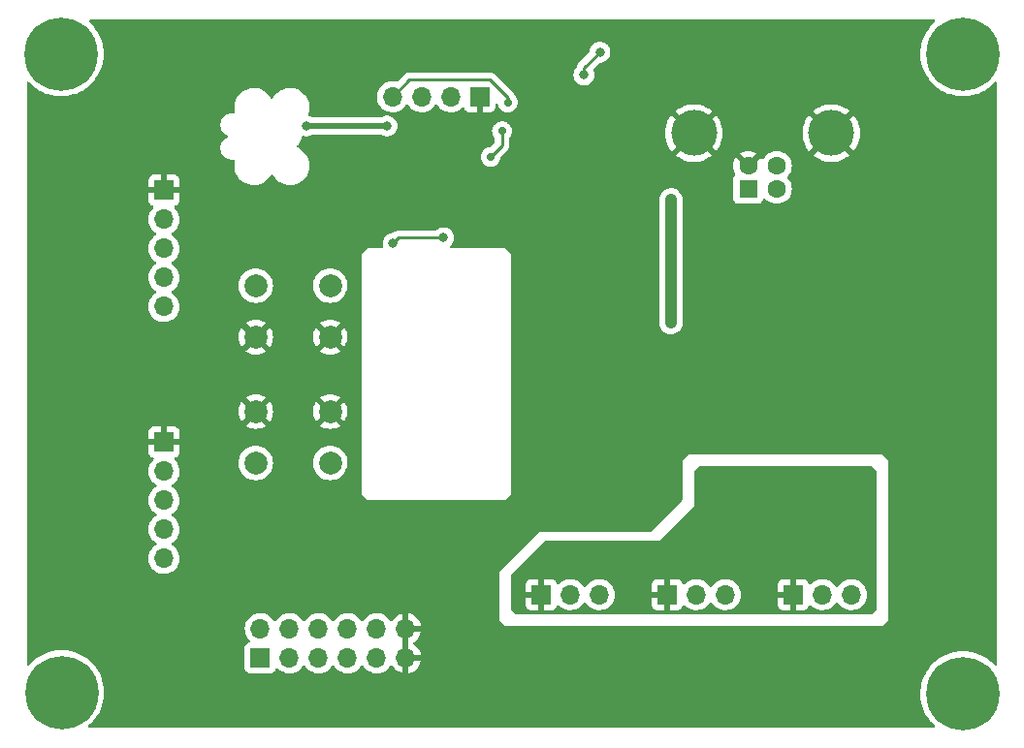
<source format=gbr>
%TF.GenerationSoftware,KiCad,Pcbnew,(6.0.5)*%
%TF.CreationDate,2023-01-28T00:33:00+00:00*%
%TF.ProjectId,Drivebase Board,44726976-6562-4617-9365-20426f617264,rev?*%
%TF.SameCoordinates,Original*%
%TF.FileFunction,Copper,L2,Bot*%
%TF.FilePolarity,Positive*%
%FSLAX46Y46*%
G04 Gerber Fmt 4.6, Leading zero omitted, Abs format (unit mm)*
G04 Created by KiCad (PCBNEW (6.0.5)) date 2023-01-28 00:33:00*
%MOMM*%
%LPD*%
G01*
G04 APERTURE LIST*
%TA.AperFunction,ComponentPad*%
%ADD10R,1.700000X1.700000*%
%TD*%
%TA.AperFunction,ComponentPad*%
%ADD11O,1.700000X1.700000*%
%TD*%
%TA.AperFunction,ComponentPad*%
%ADD12C,6.400000*%
%TD*%
%TA.AperFunction,ComponentPad*%
%ADD13C,2.000000*%
%TD*%
%TA.AperFunction,ComponentPad*%
%ADD14R,1.600000X1.600000*%
%TD*%
%TA.AperFunction,ComponentPad*%
%ADD15C,1.600000*%
%TD*%
%TA.AperFunction,ComponentPad*%
%ADD16C,4.000000*%
%TD*%
%TA.AperFunction,ViaPad*%
%ADD17C,0.700000*%
%TD*%
%TA.AperFunction,ViaPad*%
%ADD18C,0.800000*%
%TD*%
%TA.AperFunction,Conductor*%
%ADD19C,0.250000*%
%TD*%
%TA.AperFunction,Conductor*%
%ADD20C,0.500000*%
%TD*%
%TA.AperFunction,Conductor*%
%ADD21C,1.000000*%
%TD*%
G04 APERTURE END LIST*
D10*
%TO.P,J102,1,Pin_1*%
%TO.N,GND*%
X111142500Y-108137500D03*
D11*
%TO.P,J102,2,Pin_2*%
%TO.N,PWM2*%
X111142500Y-110677500D03*
%TO.P,J102,3,Pin_3*%
%TO.N,DIR2*%
X111142500Y-113217500D03*
%TO.P,J102,4,Pin_4*%
%TO.N,PWM1*%
X111142500Y-115757500D03*
%TO.P,J102,5,Pin_5*%
%TO.N,DIR1*%
X111142500Y-118297500D03*
%TD*%
D12*
%TO.P,H104,1*%
%TO.N,N/C*%
X102200000Y-130012500D03*
%TD*%
D10*
%TO.P,J103,1,Pin_1*%
%TO.N,GNDA*%
X144075000Y-121470000D03*
D11*
%TO.P,J103,2,Pin_2*%
%TO.N,HALL1*%
X146615000Y-121470000D03*
%TO.P,J103,3,Pin_3*%
%TO.N,+3V3*%
X149155000Y-121470000D03*
%TD*%
D12*
%TO.P,H102,1*%
%TO.N,N/C*%
X180900000Y-130112500D03*
%TD*%
%TO.P,H101,1*%
%TO.N,N/C*%
X180900000Y-74212500D03*
%TD*%
D10*
%TO.P,J101,1,Pin_1*%
%TO.N,GND*%
X111142500Y-86137500D03*
D11*
%TO.P,J101,2,Pin_2*%
%TO.N,PWM4*%
X111142500Y-88677500D03*
%TO.P,J101,3,Pin_3*%
%TO.N,DIR4*%
X111142500Y-91217500D03*
%TO.P,J101,4,Pin_4*%
%TO.N,PWM3*%
X111142500Y-93757500D03*
%TO.P,J101,5,Pin_5*%
%TO.N,DIR3*%
X111142500Y-96297500D03*
%TD*%
D10*
%TO.P,J105,1,Pin_1*%
%TO.N,GNDA*%
X166075000Y-121470000D03*
D11*
%TO.P,J105,2,Pin_2*%
%TO.N,HALL3*%
X168615000Y-121470000D03*
%TO.P,J105,3,Pin_3*%
%TO.N,+3V3*%
X171155000Y-121470000D03*
%TD*%
D12*
%TO.P,H103,1*%
%TO.N,N/C*%
X102150000Y-74212500D03*
%TD*%
D10*
%TO.P,J109,1,Pin_1*%
%TO.N,+3V3*%
X119550000Y-126987500D03*
D11*
%TO.P,J109,2,Pin_2*%
X119550000Y-124447500D03*
%TO.P,J109,3,Pin_3*%
%TO.N,GPIO16*%
X122090000Y-126987500D03*
%TO.P,J109,4,Pin_4*%
%TO.N,GPIO15*%
X122090000Y-124447500D03*
%TO.P,J109,5,Pin_5*%
%TO.N,GPIO18*%
X124630000Y-126987500D03*
%TO.P,J109,6,Pin_6*%
%TO.N,GPIO17*%
X124630000Y-124447500D03*
%TO.P,J109,7,Pin_7*%
%TO.N,GPIO20*%
X127170000Y-126987500D03*
%TO.P,J109,8,Pin_8*%
%TO.N,GPIO19*%
X127170000Y-124447500D03*
%TO.P,J109,9,Pin_9*%
%TO.N,GPIO22*%
X129710000Y-126987500D03*
%TO.P,J109,10,Pin_10*%
%TO.N,GPIO21*%
X129710000Y-124447500D03*
%TO.P,J109,11,Pin_11*%
%TO.N,GND*%
X132250000Y-126987500D03*
%TO.P,J109,12,Pin_12*%
X132250000Y-124447500D03*
%TD*%
D10*
%TO.P,J107,1,Pin_1*%
%TO.N,GND*%
X138700000Y-77962500D03*
D11*
%TO.P,J107,2,Pin_2*%
%TO.N,SDA*%
X136160000Y-77962500D03*
%TO.P,J107,3,Pin_3*%
%TO.N,SCL*%
X133620000Y-77962500D03*
%TO.P,J107,4,Pin_4*%
%TO.N,+3V3*%
X131080000Y-77962500D03*
%TD*%
D13*
%TO.P,SW102,1,1*%
%TO.N,RST*%
X125650000Y-109962500D03*
X119150000Y-109962500D03*
%TO.P,SW102,2,2*%
%TO.N,GND*%
X119150000Y-105462500D03*
X125650000Y-105462500D03*
%TD*%
D10*
%TO.P,J104,1,Pin_1*%
%TO.N,GNDA*%
X155075000Y-121470000D03*
D11*
%TO.P,J104,2,Pin_2*%
%TO.N,HALL2*%
X157615000Y-121470000D03*
%TO.P,J104,3,Pin_3*%
%TO.N,+3V3*%
X160155000Y-121470000D03*
%TD*%
D13*
%TO.P,SW101,1,1*%
%TO.N,GND*%
X125650000Y-98962500D03*
X119150000Y-98962500D03*
%TO.P,SW101,2,2*%
%TO.N,Net-(R103-Pad1)*%
X119150000Y-94462500D03*
X125650000Y-94462500D03*
%TD*%
D14*
%TO.P,J108,1,VBUS*%
%TO.N,VBUS*%
X162150000Y-86000000D03*
D15*
%TO.P,J108,2,D-*%
%TO.N,DM*%
X164650000Y-86000000D03*
%TO.P,J108,3,D+*%
%TO.N,DP*%
X164650000Y-84000000D03*
%TO.P,J108,4,GND*%
%TO.N,GND*%
X162150000Y-84000000D03*
D16*
%TO.P,J108,5,Shield*%
X169400000Y-81140000D03*
X157400000Y-81140000D03*
%TD*%
D17*
%TO.N,GND*%
X181300000Y-80512500D03*
X138100000Y-90012500D03*
D18*
X149150000Y-81462500D03*
D17*
X138100000Y-114412500D03*
D18*
X152700000Y-106652500D03*
D17*
X142550000Y-80362500D03*
X143200000Y-76412500D03*
X176200000Y-90012500D03*
X181200000Y-106212500D03*
X163500000Y-90012500D03*
X150800000Y-114412500D03*
X180150000Y-121462500D03*
X116150000Y-81422500D03*
X152700000Y-104052500D03*
X179575500Y-102212500D03*
X176200000Y-114412500D03*
X176700000Y-104612500D03*
X145100000Y-74562500D03*
X150800000Y-90012500D03*
X178700000Y-80512500D03*
X143600000Y-82312500D03*
X176700000Y-99812500D03*
X181200000Y-98212500D03*
D18*
%TO.N,+3V3*%
X130600000Y-80512500D03*
X123600000Y-80512500D03*
X149200000Y-74062500D03*
D17*
X155400000Y-86962500D03*
X141150000Y-78462500D03*
D18*
X147800000Y-76062500D03*
D17*
X155400000Y-97712500D03*
%TO.N,GNDA*%
X149300000Y-117062500D03*
X152200000Y-117062500D03*
X148000000Y-119700000D03*
X159700000Y-114512500D03*
X163500000Y-116612500D03*
X163500000Y-114412500D03*
X143600000Y-118712500D03*
X168650000Y-116962500D03*
X162000000Y-118312500D03*
X146500000Y-117062500D03*
X169700000Y-119712500D03*
X165300000Y-118312500D03*
X157200000Y-114962500D03*
X155100000Y-117062500D03*
X157300000Y-118300000D03*
X152200000Y-119812500D03*
X168650000Y-114962500D03*
D18*
%TO.N,BTN*%
X131150000Y-90762500D03*
X135550000Y-90287480D03*
D17*
%TO.N,IMU_INT*%
X140650000Y-80962500D03*
X139650000Y-83212500D03*
%TD*%
D19*
%TO.N,+3V3*%
X147800000Y-75462500D02*
X149200000Y-74062500D01*
X147800000Y-76062500D02*
X147800000Y-75462500D01*
X141150000Y-78462500D02*
X141150000Y-78063478D01*
X141150000Y-78063478D02*
X139549022Y-76462500D01*
X139549022Y-76462500D02*
X132580000Y-76462500D01*
D20*
X130600000Y-80512500D02*
X123600000Y-80512500D01*
D21*
X155400000Y-86962500D02*
X155400000Y-97712500D01*
D19*
X132580000Y-76462500D02*
X131080000Y-77962500D01*
%TO.N,BTN*%
X135550000Y-90287480D02*
X131625020Y-90287480D01*
X131625020Y-90287480D02*
X131150000Y-90762500D01*
%TO.N,IMU_INT*%
X140650000Y-80962500D02*
X140650000Y-82212500D01*
X140650000Y-82212500D02*
X139650000Y-83212500D01*
%TD*%
%TA.AperFunction,Conductor*%
%TO.N,GND*%
G36*
X178413639Y-71241002D02*
G01*
X178460132Y-71294658D01*
X178470236Y-71364932D01*
X178440742Y-71429512D01*
X178424812Y-71444920D01*
X178417695Y-71450683D01*
X178417684Y-71450693D01*
X178415124Y-71452766D01*
X178140266Y-71727624D01*
X177895643Y-72029707D01*
X177683938Y-72355706D01*
X177507468Y-72702047D01*
X177368167Y-73064938D01*
X177267562Y-73440401D01*
X177267046Y-73443662D01*
X177227880Y-73690944D01*
X177206754Y-73824324D01*
X177186411Y-74212500D01*
X177206754Y-74600676D01*
X177207267Y-74603916D01*
X177207268Y-74603924D01*
X177267044Y-74981331D01*
X177267562Y-74984599D01*
X177368167Y-75360062D01*
X177507468Y-75722953D01*
X177508966Y-75725893D01*
X177681242Y-76064002D01*
X177683938Y-76069294D01*
X177895643Y-76395293D01*
X177927033Y-76434056D01*
X178132421Y-76687688D01*
X178140266Y-76697376D01*
X178415124Y-76972234D01*
X178717207Y-77216857D01*
X178719970Y-77218652D01*
X178719971Y-77218652D01*
X178873478Y-77318340D01*
X179043205Y-77428562D01*
X179046139Y-77430057D01*
X179046146Y-77430061D01*
X179360418Y-77590190D01*
X179389547Y-77605032D01*
X179610547Y-77689866D01*
X179689286Y-77720091D01*
X179752438Y-77744333D01*
X180127901Y-77844938D01*
X180331793Y-77877232D01*
X180508576Y-77905232D01*
X180508584Y-77905233D01*
X180511824Y-77905746D01*
X180900000Y-77926089D01*
X181288176Y-77905746D01*
X181291416Y-77905233D01*
X181291424Y-77905232D01*
X181468207Y-77877232D01*
X181672099Y-77844938D01*
X182047562Y-77744333D01*
X182110715Y-77720091D01*
X182189452Y-77689866D01*
X182410453Y-77605032D01*
X182439582Y-77590190D01*
X182753854Y-77430061D01*
X182753861Y-77430057D01*
X182756795Y-77428562D01*
X182926523Y-77318340D01*
X183080029Y-77218652D01*
X183080030Y-77218652D01*
X183082793Y-77216857D01*
X183384876Y-76972234D01*
X183659734Y-76697376D01*
X183661809Y-76694814D01*
X183661817Y-76694805D01*
X183667580Y-76687688D01*
X183725994Y-76647336D01*
X183796951Y-76644970D01*
X183857923Y-76681343D01*
X183889551Y-76744905D01*
X183891500Y-76766982D01*
X183891500Y-127558018D01*
X183871498Y-127626139D01*
X183817842Y-127672632D01*
X183747568Y-127682736D01*
X183682988Y-127653242D01*
X183667580Y-127637312D01*
X183661817Y-127630195D01*
X183661807Y-127630184D01*
X183659734Y-127627624D01*
X183384876Y-127352766D01*
X183082793Y-127108143D01*
X183080029Y-127106348D01*
X182759564Y-126898236D01*
X182759561Y-126898234D01*
X182756795Y-126896438D01*
X182753861Y-126894943D01*
X182753854Y-126894939D01*
X182413393Y-126721466D01*
X182410453Y-126719968D01*
X182153847Y-126621466D01*
X182050652Y-126581853D01*
X182050650Y-126581852D01*
X182047562Y-126580667D01*
X181672099Y-126480062D01*
X181468207Y-126447768D01*
X181291424Y-126419768D01*
X181291416Y-126419767D01*
X181288176Y-126419254D01*
X180900000Y-126398911D01*
X180511824Y-126419254D01*
X180508584Y-126419767D01*
X180508576Y-126419768D01*
X180331793Y-126447768D01*
X180127901Y-126480062D01*
X179752438Y-126580667D01*
X179749350Y-126581852D01*
X179749348Y-126581853D01*
X179646153Y-126621466D01*
X179389547Y-126719968D01*
X179386607Y-126721466D01*
X179046147Y-126894939D01*
X179046140Y-126894943D01*
X179043206Y-126896438D01*
X178717207Y-127108143D01*
X178415124Y-127352766D01*
X178140266Y-127627624D01*
X178138194Y-127630182D01*
X178138191Y-127630186D01*
X178017955Y-127778665D01*
X177895643Y-127929707D01*
X177893848Y-127932470D01*
X177893848Y-127932471D01*
X177711166Y-128213779D01*
X177683938Y-128255706D01*
X177682443Y-128258640D01*
X177682439Y-128258647D01*
X177636273Y-128349253D01*
X177507468Y-128602047D01*
X177368167Y-128964938D01*
X177267562Y-129340401D01*
X177267046Y-129343662D01*
X177222072Y-129627614D01*
X177206754Y-129724324D01*
X177186411Y-130112500D01*
X177206754Y-130500676D01*
X177267562Y-130884599D01*
X177368167Y-131260062D01*
X177507468Y-131622953D01*
X177508966Y-131625893D01*
X177631487Y-131866353D01*
X177683938Y-131969294D01*
X177895643Y-132295293D01*
X177897718Y-132297855D01*
X178057213Y-132494814D01*
X178140266Y-132597376D01*
X178415124Y-132872234D01*
X178417684Y-132874307D01*
X178417695Y-132874317D01*
X178424812Y-132880080D01*
X178465164Y-132938494D01*
X178467530Y-133009451D01*
X178431157Y-133070423D01*
X178367595Y-133102051D01*
X178345518Y-133104000D01*
X174400000Y-133104000D01*
X174400000Y-109712500D01*
X173900000Y-109212500D01*
X156900000Y-109212500D01*
X156400000Y-109712500D01*
X156400000Y-113160310D01*
X156379998Y-113228431D01*
X156363095Y-113249405D01*
X153686905Y-115925595D01*
X153624593Y-115959621D01*
X153597810Y-115962500D01*
X143900000Y-115962500D01*
X140400000Y-119462500D01*
X140400000Y-133104000D01*
X104630993Y-133104000D01*
X104562872Y-133083998D01*
X104516379Y-133030342D01*
X104506275Y-132960068D01*
X104535769Y-132895488D01*
X104551698Y-132880080D01*
X104682314Y-132774309D01*
X104682318Y-132774306D01*
X104684876Y-132772234D01*
X104959734Y-132497376D01*
X105204357Y-132195293D01*
X105206152Y-132192529D01*
X105414264Y-131872063D01*
X105414266Y-131872060D01*
X105416062Y-131869294D01*
X105592532Y-131522953D01*
X105731833Y-131160062D01*
X105832438Y-130784599D01*
X105876893Y-130503924D01*
X105892732Y-130403924D01*
X105892733Y-130403916D01*
X105893246Y-130400676D01*
X105913589Y-130012500D01*
X105893246Y-129624324D01*
X105832438Y-129240401D01*
X105731833Y-128864938D01*
X105592532Y-128502047D01*
X105591034Y-128499107D01*
X105417561Y-128158647D01*
X105417557Y-128158640D01*
X105416062Y-128155706D01*
X105380424Y-128100827D01*
X105206152Y-127832471D01*
X105206152Y-127832470D01*
X105204357Y-127829707D01*
X105077160Y-127672632D01*
X104961809Y-127530186D01*
X104961806Y-127530182D01*
X104959734Y-127527624D01*
X104684876Y-127252766D01*
X104678207Y-127247365D01*
X104506282Y-127108143D01*
X104382793Y-127008143D01*
X104380029Y-127006348D01*
X104059564Y-126798236D01*
X104059561Y-126798234D01*
X104056795Y-126796438D01*
X104053861Y-126794943D01*
X104053854Y-126794939D01*
X103713393Y-126621466D01*
X103710453Y-126619968D01*
X103347562Y-126480667D01*
X102972099Y-126380062D01*
X102740248Y-126343340D01*
X102591424Y-126319768D01*
X102591416Y-126319767D01*
X102588176Y-126319254D01*
X102200000Y-126298911D01*
X101811824Y-126319254D01*
X101808584Y-126319767D01*
X101808576Y-126319768D01*
X101659752Y-126343340D01*
X101427901Y-126380062D01*
X101052438Y-126480667D01*
X100689547Y-126619968D01*
X100686607Y-126621466D01*
X100346147Y-126794939D01*
X100346140Y-126794943D01*
X100343206Y-126796438D01*
X100340440Y-126798234D01*
X100340437Y-126798236D01*
X100186450Y-126898236D01*
X100017207Y-127008143D01*
X99893718Y-127108143D01*
X99721794Y-127247365D01*
X99715124Y-127252766D01*
X99440266Y-127527624D01*
X99438193Y-127530184D01*
X99438183Y-127530195D01*
X99382420Y-127599057D01*
X99324006Y-127639409D01*
X99253049Y-127641775D01*
X99192077Y-127605402D01*
X99160449Y-127541840D01*
X99158500Y-127519763D01*
X99158500Y-124414195D01*
X118187251Y-124414195D01*
X118200110Y-124637215D01*
X118201247Y-124642261D01*
X118201248Y-124642267D01*
X118214597Y-124701500D01*
X118249222Y-124855139D01*
X118333266Y-125062116D01*
X118383863Y-125144683D01*
X118447291Y-125248188D01*
X118449987Y-125252588D01*
X118596250Y-125421438D01*
X118600230Y-125424742D01*
X118604981Y-125428687D01*
X118644616Y-125487590D01*
X118646113Y-125558571D01*
X118608997Y-125619093D01*
X118568725Y-125643612D01*
X118528638Y-125658640D01*
X118453295Y-125686885D01*
X118336739Y-125774239D01*
X118249385Y-125890795D01*
X118198255Y-126027184D01*
X118191500Y-126089366D01*
X118191500Y-127885634D01*
X118198255Y-127947816D01*
X118249385Y-128084205D01*
X118336739Y-128200761D01*
X118453295Y-128288115D01*
X118589684Y-128339245D01*
X118651866Y-128346000D01*
X120448134Y-128346000D01*
X120510316Y-128339245D01*
X120646705Y-128288115D01*
X120763261Y-128200761D01*
X120850615Y-128084205D01*
X120872799Y-128025029D01*
X120894598Y-127966882D01*
X120937240Y-127910118D01*
X121003802Y-127885418D01*
X121073150Y-127900626D01*
X121107817Y-127928614D01*
X121136250Y-127961438D01*
X121308126Y-128104132D01*
X121501000Y-128216838D01*
X121709692Y-128296530D01*
X121714760Y-128297561D01*
X121714763Y-128297562D01*
X121809862Y-128316910D01*
X121928597Y-128341067D01*
X121933772Y-128341257D01*
X121933774Y-128341257D01*
X122146673Y-128349064D01*
X122146677Y-128349064D01*
X122151837Y-128349253D01*
X122156957Y-128348597D01*
X122156959Y-128348597D01*
X122368288Y-128321525D01*
X122368289Y-128321525D01*
X122373416Y-128320868D01*
X122378366Y-128319383D01*
X122582429Y-128258161D01*
X122582434Y-128258159D01*
X122587384Y-128256674D01*
X122787994Y-128158396D01*
X122969860Y-128028673D01*
X123128096Y-127870989D01*
X123258453Y-127689577D01*
X123259776Y-127690528D01*
X123306645Y-127647357D01*
X123376580Y-127635125D01*
X123442026Y-127662644D01*
X123469875Y-127694494D01*
X123529987Y-127792588D01*
X123676250Y-127961438D01*
X123848126Y-128104132D01*
X124041000Y-128216838D01*
X124249692Y-128296530D01*
X124254760Y-128297561D01*
X124254763Y-128297562D01*
X124349862Y-128316910D01*
X124468597Y-128341067D01*
X124473772Y-128341257D01*
X124473774Y-128341257D01*
X124686673Y-128349064D01*
X124686677Y-128349064D01*
X124691837Y-128349253D01*
X124696957Y-128348597D01*
X124696959Y-128348597D01*
X124908288Y-128321525D01*
X124908289Y-128321525D01*
X124913416Y-128320868D01*
X124918366Y-128319383D01*
X125122429Y-128258161D01*
X125122434Y-128258159D01*
X125127384Y-128256674D01*
X125327994Y-128158396D01*
X125509860Y-128028673D01*
X125668096Y-127870989D01*
X125798453Y-127689577D01*
X125799776Y-127690528D01*
X125846645Y-127647357D01*
X125916580Y-127635125D01*
X125982026Y-127662644D01*
X126009875Y-127694494D01*
X126069987Y-127792588D01*
X126216250Y-127961438D01*
X126388126Y-128104132D01*
X126581000Y-128216838D01*
X126789692Y-128296530D01*
X126794760Y-128297561D01*
X126794763Y-128297562D01*
X126889862Y-128316910D01*
X127008597Y-128341067D01*
X127013772Y-128341257D01*
X127013774Y-128341257D01*
X127226673Y-128349064D01*
X127226677Y-128349064D01*
X127231837Y-128349253D01*
X127236957Y-128348597D01*
X127236959Y-128348597D01*
X127448288Y-128321525D01*
X127448289Y-128321525D01*
X127453416Y-128320868D01*
X127458366Y-128319383D01*
X127662429Y-128258161D01*
X127662434Y-128258159D01*
X127667384Y-128256674D01*
X127867994Y-128158396D01*
X128049860Y-128028673D01*
X128208096Y-127870989D01*
X128338453Y-127689577D01*
X128339776Y-127690528D01*
X128386645Y-127647357D01*
X128456580Y-127635125D01*
X128522026Y-127662644D01*
X128549875Y-127694494D01*
X128609987Y-127792588D01*
X128756250Y-127961438D01*
X128928126Y-128104132D01*
X129121000Y-128216838D01*
X129329692Y-128296530D01*
X129334760Y-128297561D01*
X129334763Y-128297562D01*
X129429862Y-128316910D01*
X129548597Y-128341067D01*
X129553772Y-128341257D01*
X129553774Y-128341257D01*
X129766673Y-128349064D01*
X129766677Y-128349064D01*
X129771837Y-128349253D01*
X129776957Y-128348597D01*
X129776959Y-128348597D01*
X129988288Y-128321525D01*
X129988289Y-128321525D01*
X129993416Y-128320868D01*
X129998366Y-128319383D01*
X130202429Y-128258161D01*
X130202434Y-128258159D01*
X130207384Y-128256674D01*
X130407994Y-128158396D01*
X130589860Y-128028673D01*
X130748096Y-127870989D01*
X130878453Y-127689577D01*
X130879640Y-127690430D01*
X130926960Y-127646862D01*
X130996897Y-127634645D01*
X131062338Y-127662178D01*
X131090166Y-127694011D01*
X131147694Y-127787888D01*
X131153777Y-127796199D01*
X131293213Y-127957167D01*
X131300580Y-127964383D01*
X131464434Y-128100416D01*
X131472881Y-128106331D01*
X131656756Y-128213779D01*
X131666042Y-128218229D01*
X131865001Y-128294203D01*
X131874899Y-128297079D01*
X131978250Y-128318106D01*
X131992299Y-128316910D01*
X131996000Y-128306565D01*
X131996000Y-128306017D01*
X132504000Y-128306017D01*
X132508064Y-128319859D01*
X132521478Y-128321893D01*
X132528184Y-128321034D01*
X132538262Y-128318892D01*
X132742255Y-128257691D01*
X132751842Y-128253933D01*
X132943095Y-128160239D01*
X132951945Y-128154964D01*
X133125328Y-128031292D01*
X133133200Y-128024639D01*
X133284052Y-127874312D01*
X133290730Y-127866465D01*
X133415003Y-127693520D01*
X133420313Y-127684683D01*
X133514670Y-127493767D01*
X133518469Y-127484172D01*
X133580377Y-127280410D01*
X133582555Y-127270337D01*
X133583986Y-127259462D01*
X133581775Y-127245278D01*
X133568617Y-127241500D01*
X132522115Y-127241500D01*
X132506876Y-127245975D01*
X132505671Y-127247365D01*
X132504000Y-127255048D01*
X132504000Y-128306017D01*
X131996000Y-128306017D01*
X131996000Y-126715385D01*
X132504000Y-126715385D01*
X132508475Y-126730624D01*
X132509865Y-126731829D01*
X132517548Y-126733500D01*
X133568344Y-126733500D01*
X133581875Y-126729527D01*
X133583180Y-126720447D01*
X133541214Y-126553375D01*
X133537894Y-126543624D01*
X133452972Y-126348314D01*
X133448105Y-126339239D01*
X133332426Y-126160426D01*
X133326136Y-126152257D01*
X133182806Y-125994740D01*
X133175273Y-125987715D01*
X133008139Y-125855722D01*
X132999552Y-125850017D01*
X132962116Y-125829351D01*
X132912146Y-125778919D01*
X132897374Y-125709476D01*
X132922490Y-125643071D01*
X132949842Y-125616464D01*
X133125327Y-125491292D01*
X133133200Y-125484639D01*
X133284052Y-125334312D01*
X133290730Y-125326465D01*
X133415003Y-125153520D01*
X133420313Y-125144683D01*
X133514670Y-124953767D01*
X133518469Y-124944172D01*
X133580377Y-124740410D01*
X133582555Y-124730337D01*
X133583986Y-124719462D01*
X133581775Y-124705278D01*
X133568617Y-124701500D01*
X132522115Y-124701500D01*
X132506876Y-124705975D01*
X132505671Y-124707365D01*
X132504000Y-124715048D01*
X132504000Y-126715385D01*
X131996000Y-126715385D01*
X131996000Y-124175385D01*
X132504000Y-124175385D01*
X132508475Y-124190624D01*
X132509865Y-124191829D01*
X132517548Y-124193500D01*
X133568344Y-124193500D01*
X133581875Y-124189527D01*
X133583180Y-124180447D01*
X133541214Y-124013375D01*
X133537894Y-124003624D01*
X133452972Y-123808314D01*
X133448105Y-123799239D01*
X133332426Y-123620426D01*
X133326136Y-123612257D01*
X133182806Y-123454740D01*
X133175273Y-123447715D01*
X133008139Y-123315722D01*
X132999552Y-123310017D01*
X132813117Y-123207099D01*
X132803705Y-123202869D01*
X132602959Y-123131780D01*
X132592988Y-123129146D01*
X132521837Y-123116472D01*
X132508540Y-123117932D01*
X132504000Y-123132489D01*
X132504000Y-124175385D01*
X131996000Y-124175385D01*
X131996000Y-123130602D01*
X131992082Y-123117258D01*
X131977806Y-123115271D01*
X131939324Y-123121160D01*
X131929288Y-123123551D01*
X131726868Y-123189712D01*
X131717359Y-123193709D01*
X131528463Y-123292042D01*
X131519738Y-123297536D01*
X131349433Y-123425405D01*
X131341726Y-123432248D01*
X131194590Y-123586217D01*
X131188109Y-123594222D01*
X131083498Y-123747574D01*
X131028587Y-123792576D01*
X130958062Y-123800747D01*
X130894315Y-123769493D01*
X130873618Y-123745009D01*
X130792822Y-123620117D01*
X130792820Y-123620114D01*
X130790014Y-123615777D01*
X130639670Y-123450551D01*
X130635619Y-123447352D01*
X130635615Y-123447348D01*
X130468414Y-123315300D01*
X130468410Y-123315298D01*
X130464359Y-123312098D01*
X130428028Y-123292042D01*
X130412136Y-123283269D01*
X130268789Y-123204138D01*
X130263920Y-123202414D01*
X130263916Y-123202412D01*
X130063087Y-123131295D01*
X130063083Y-123131294D01*
X130058212Y-123129569D01*
X130053119Y-123128662D01*
X130053116Y-123128661D01*
X129843373Y-123091300D01*
X129843367Y-123091299D01*
X129838284Y-123090394D01*
X129764452Y-123089492D01*
X129620081Y-123087728D01*
X129620079Y-123087728D01*
X129614911Y-123087665D01*
X129394091Y-123121455D01*
X129181756Y-123190857D01*
X128983607Y-123294007D01*
X128979474Y-123297110D01*
X128979471Y-123297112D01*
X128955247Y-123315300D01*
X128804965Y-123428135D01*
X128650629Y-123589638D01*
X128543201Y-123747121D01*
X128488293Y-123792121D01*
X128417768Y-123800292D01*
X128354021Y-123769038D01*
X128333324Y-123744554D01*
X128252822Y-123620117D01*
X128252820Y-123620114D01*
X128250014Y-123615777D01*
X128099670Y-123450551D01*
X128095619Y-123447352D01*
X128095615Y-123447348D01*
X127928414Y-123315300D01*
X127928410Y-123315298D01*
X127924359Y-123312098D01*
X127888028Y-123292042D01*
X127872136Y-123283269D01*
X127728789Y-123204138D01*
X127723920Y-123202414D01*
X127723916Y-123202412D01*
X127523087Y-123131295D01*
X127523083Y-123131294D01*
X127518212Y-123129569D01*
X127513119Y-123128662D01*
X127513116Y-123128661D01*
X127303373Y-123091300D01*
X127303367Y-123091299D01*
X127298284Y-123090394D01*
X127224452Y-123089492D01*
X127080081Y-123087728D01*
X127080079Y-123087728D01*
X127074911Y-123087665D01*
X126854091Y-123121455D01*
X126641756Y-123190857D01*
X126443607Y-123294007D01*
X126439474Y-123297110D01*
X126439471Y-123297112D01*
X126415247Y-123315300D01*
X126264965Y-123428135D01*
X126110629Y-123589638D01*
X126003201Y-123747121D01*
X125948293Y-123792121D01*
X125877768Y-123800292D01*
X125814021Y-123769038D01*
X125793324Y-123744554D01*
X125712822Y-123620117D01*
X125712820Y-123620114D01*
X125710014Y-123615777D01*
X125559670Y-123450551D01*
X125555619Y-123447352D01*
X125555615Y-123447348D01*
X125388414Y-123315300D01*
X125388410Y-123315298D01*
X125384359Y-123312098D01*
X125348028Y-123292042D01*
X125332136Y-123283269D01*
X125188789Y-123204138D01*
X125183920Y-123202414D01*
X125183916Y-123202412D01*
X124983087Y-123131295D01*
X124983083Y-123131294D01*
X124978212Y-123129569D01*
X124973119Y-123128662D01*
X124973116Y-123128661D01*
X124763373Y-123091300D01*
X124763367Y-123091299D01*
X124758284Y-123090394D01*
X124684452Y-123089492D01*
X124540081Y-123087728D01*
X124540079Y-123087728D01*
X124534911Y-123087665D01*
X124314091Y-123121455D01*
X124101756Y-123190857D01*
X123903607Y-123294007D01*
X123899474Y-123297110D01*
X123899471Y-123297112D01*
X123875247Y-123315300D01*
X123724965Y-123428135D01*
X123570629Y-123589638D01*
X123463201Y-123747121D01*
X123408293Y-123792121D01*
X123337768Y-123800292D01*
X123274021Y-123769038D01*
X123253324Y-123744554D01*
X123172822Y-123620117D01*
X123172820Y-123620114D01*
X123170014Y-123615777D01*
X123019670Y-123450551D01*
X123015619Y-123447352D01*
X123015615Y-123447348D01*
X122848414Y-123315300D01*
X122848410Y-123315298D01*
X122844359Y-123312098D01*
X122808028Y-123292042D01*
X122792136Y-123283269D01*
X122648789Y-123204138D01*
X122643920Y-123202414D01*
X122643916Y-123202412D01*
X122443087Y-123131295D01*
X122443083Y-123131294D01*
X122438212Y-123129569D01*
X122433119Y-123128662D01*
X122433116Y-123128661D01*
X122223373Y-123091300D01*
X122223367Y-123091299D01*
X122218284Y-123090394D01*
X122144452Y-123089492D01*
X122000081Y-123087728D01*
X122000079Y-123087728D01*
X121994911Y-123087665D01*
X121774091Y-123121455D01*
X121561756Y-123190857D01*
X121363607Y-123294007D01*
X121359474Y-123297110D01*
X121359471Y-123297112D01*
X121335247Y-123315300D01*
X121184965Y-123428135D01*
X121030629Y-123589638D01*
X120923201Y-123747121D01*
X120868293Y-123792121D01*
X120797768Y-123800292D01*
X120734021Y-123769038D01*
X120713324Y-123744554D01*
X120632822Y-123620117D01*
X120632820Y-123620114D01*
X120630014Y-123615777D01*
X120479670Y-123450551D01*
X120475619Y-123447352D01*
X120475615Y-123447348D01*
X120308414Y-123315300D01*
X120308410Y-123315298D01*
X120304359Y-123312098D01*
X120268028Y-123292042D01*
X120252136Y-123283269D01*
X120108789Y-123204138D01*
X120103920Y-123202414D01*
X120103916Y-123202412D01*
X119903087Y-123131295D01*
X119903083Y-123131294D01*
X119898212Y-123129569D01*
X119893119Y-123128662D01*
X119893116Y-123128661D01*
X119683373Y-123091300D01*
X119683367Y-123091299D01*
X119678284Y-123090394D01*
X119604452Y-123089492D01*
X119460081Y-123087728D01*
X119460079Y-123087728D01*
X119454911Y-123087665D01*
X119234091Y-123121455D01*
X119021756Y-123190857D01*
X118823607Y-123294007D01*
X118819474Y-123297110D01*
X118819471Y-123297112D01*
X118795247Y-123315300D01*
X118644965Y-123428135D01*
X118490629Y-123589638D01*
X118487720Y-123593903D01*
X118487714Y-123593911D01*
X118425442Y-123685198D01*
X118364743Y-123774180D01*
X118270688Y-123976805D01*
X118210989Y-124192070D01*
X118187251Y-124414195D01*
X99158500Y-124414195D01*
X99158500Y-118264195D01*
X109779751Y-118264195D01*
X109780048Y-118269348D01*
X109780048Y-118269351D01*
X109785511Y-118364090D01*
X109792610Y-118487215D01*
X109793747Y-118492261D01*
X109793748Y-118492267D01*
X109813619Y-118580439D01*
X109841722Y-118705139D01*
X109925766Y-118912116D01*
X110042487Y-119102588D01*
X110188750Y-119271438D01*
X110360626Y-119414132D01*
X110553500Y-119526838D01*
X110762192Y-119606530D01*
X110767260Y-119607561D01*
X110767263Y-119607562D01*
X110874517Y-119629383D01*
X110981097Y-119651067D01*
X110986272Y-119651257D01*
X110986274Y-119651257D01*
X111199173Y-119659064D01*
X111199177Y-119659064D01*
X111204337Y-119659253D01*
X111209457Y-119658597D01*
X111209459Y-119658597D01*
X111420788Y-119631525D01*
X111420789Y-119631525D01*
X111425916Y-119630868D01*
X111462071Y-119620021D01*
X111634929Y-119568161D01*
X111634934Y-119568159D01*
X111639884Y-119566674D01*
X111840494Y-119468396D01*
X112022360Y-119338673D01*
X112180596Y-119180989D01*
X112240094Y-119098189D01*
X112307935Y-119003777D01*
X112310953Y-118999577D01*
X112409930Y-118799311D01*
X112474870Y-118585569D01*
X112504029Y-118364090D01*
X112505656Y-118297500D01*
X112487352Y-118074861D01*
X112432931Y-117858202D01*
X112343854Y-117653340D01*
X112222514Y-117465777D01*
X112072170Y-117300551D01*
X112068119Y-117297352D01*
X112068115Y-117297348D01*
X111900914Y-117165300D01*
X111900910Y-117165298D01*
X111896859Y-117162098D01*
X111855553Y-117139296D01*
X111805584Y-117088864D01*
X111790812Y-117019421D01*
X111815928Y-116953016D01*
X111843280Y-116926409D01*
X111887103Y-116895150D01*
X112022360Y-116798673D01*
X112180596Y-116640989D01*
X112240094Y-116558189D01*
X112307935Y-116463777D01*
X112310953Y-116459577D01*
X112409930Y-116259311D01*
X112474870Y-116045569D01*
X112504029Y-115824090D01*
X112505656Y-115757500D01*
X112487352Y-115534861D01*
X112432931Y-115318202D01*
X112343854Y-115113340D01*
X112222514Y-114925777D01*
X112072170Y-114760551D01*
X112068119Y-114757352D01*
X112068115Y-114757348D01*
X111900914Y-114625300D01*
X111900910Y-114625298D01*
X111896859Y-114622098D01*
X111855553Y-114599296D01*
X111805584Y-114548864D01*
X111790812Y-114479421D01*
X111815928Y-114413016D01*
X111843280Y-114386409D01*
X111887103Y-114355150D01*
X112022360Y-114258673D01*
X112180596Y-114100989D01*
X112240094Y-114018189D01*
X112307935Y-113923777D01*
X112310953Y-113919577D01*
X112409930Y-113719311D01*
X112474870Y-113505569D01*
X112504029Y-113284090D01*
X112504111Y-113280740D01*
X112505574Y-113220865D01*
X112505574Y-113220861D01*
X112505656Y-113217500D01*
X112487352Y-112994861D01*
X112432931Y-112778202D01*
X112404363Y-112712500D01*
X128400000Y-112712500D01*
X128900000Y-113212500D01*
X140900000Y-113212500D01*
X141400000Y-112712500D01*
X141400000Y-97762269D01*
X154391500Y-97762269D01*
X154391800Y-97765325D01*
X154391800Y-97765332D01*
X154392530Y-97772773D01*
X154405920Y-97909333D01*
X154463084Y-98098669D01*
X154555934Y-98273296D01*
X154626291Y-98359562D01*
X154677040Y-98421787D01*
X154677043Y-98421790D01*
X154680935Y-98426562D01*
X154685682Y-98430489D01*
X154685684Y-98430491D01*
X154828575Y-98548701D01*
X154828579Y-98548703D01*
X154833325Y-98552630D01*
X155007299Y-98646698D01*
X155196232Y-98705182D01*
X155202357Y-98705826D01*
X155202358Y-98705826D01*
X155386796Y-98725211D01*
X155386798Y-98725211D01*
X155392925Y-98725855D01*
X155475424Y-98718347D01*
X155583749Y-98708489D01*
X155583752Y-98708488D01*
X155589888Y-98707930D01*
X155595794Y-98706192D01*
X155595798Y-98706191D01*
X155700924Y-98675251D01*
X155779619Y-98652090D01*
X155785077Y-98649237D01*
X155785081Y-98649235D01*
X155897471Y-98590478D01*
X155954890Y-98560460D01*
X156109025Y-98436532D01*
X156236154Y-98285026D01*
X156239121Y-98279628D01*
X156239125Y-98279623D01*
X156328467Y-98117108D01*
X156331433Y-98111713D01*
X156333846Y-98104108D01*
X156389373Y-97929064D01*
X156389373Y-97929063D01*
X156391235Y-97923194D01*
X156408500Y-97769273D01*
X156408500Y-86912731D01*
X156407814Y-86905727D01*
X156394681Y-86771801D01*
X156394080Y-86765667D01*
X156336916Y-86576331D01*
X156244066Y-86401704D01*
X156173709Y-86315438D01*
X156122960Y-86253213D01*
X156122957Y-86253210D01*
X156119065Y-86248438D01*
X156112724Y-86243192D01*
X155971425Y-86126299D01*
X155971421Y-86126297D01*
X155966675Y-86122370D01*
X155792701Y-86028302D01*
X155603768Y-85969818D01*
X155597643Y-85969174D01*
X155597642Y-85969174D01*
X155413204Y-85949789D01*
X155413202Y-85949789D01*
X155407075Y-85949145D01*
X155324576Y-85956653D01*
X155216251Y-85966511D01*
X155216248Y-85966512D01*
X155210112Y-85967070D01*
X155204206Y-85968808D01*
X155204202Y-85968809D01*
X155116826Y-85994525D01*
X155020381Y-86022910D01*
X155014923Y-86025763D01*
X155014919Y-86025765D01*
X154924147Y-86073220D01*
X154845110Y-86114540D01*
X154690975Y-86238468D01*
X154563846Y-86389974D01*
X154560879Y-86395372D01*
X154560875Y-86395377D01*
X154528524Y-86454225D01*
X154468567Y-86563287D01*
X154466706Y-86569154D01*
X154466705Y-86569156D01*
X154440501Y-86651762D01*
X154408765Y-86751806D01*
X154391500Y-86905727D01*
X154391500Y-97762269D01*
X141400000Y-97762269D01*
X141400000Y-91712500D01*
X140900000Y-91212500D01*
X136210239Y-91212500D01*
X136142118Y-91192498D01*
X136095625Y-91138842D01*
X136085521Y-91068568D01*
X136115015Y-91003988D01*
X136136178Y-90984564D01*
X136155909Y-90970229D01*
X136155911Y-90970227D01*
X136161253Y-90966346D01*
X136184091Y-90940982D01*
X136284621Y-90829332D01*
X136284622Y-90829331D01*
X136289040Y-90824424D01*
X136384527Y-90659036D01*
X136443542Y-90477408D01*
X136463504Y-90287480D01*
X136456133Y-90217348D01*
X136444232Y-90104115D01*
X136444232Y-90104113D01*
X136443542Y-90097552D01*
X136384527Y-89915924D01*
X136371700Y-89893706D01*
X136320065Y-89804273D01*
X136289040Y-89750536D01*
X136272882Y-89732590D01*
X136165675Y-89613525D01*
X136165674Y-89613524D01*
X136161253Y-89608614D01*
X136006752Y-89496362D01*
X136000724Y-89493678D01*
X136000722Y-89493677D01*
X135838319Y-89421371D01*
X135838318Y-89421371D01*
X135832288Y-89418686D01*
X135738888Y-89398833D01*
X135651944Y-89380352D01*
X135651939Y-89380352D01*
X135645487Y-89378980D01*
X135454513Y-89378980D01*
X135448061Y-89380352D01*
X135448056Y-89380352D01*
X135361112Y-89398833D01*
X135267712Y-89418686D01*
X135261682Y-89421371D01*
X135261681Y-89421371D01*
X135099278Y-89493677D01*
X135099276Y-89493678D01*
X135093248Y-89496362D01*
X135087907Y-89500242D01*
X135087906Y-89500243D01*
X135004297Y-89560989D01*
X134938747Y-89608614D01*
X134934332Y-89613517D01*
X134929420Y-89617940D01*
X134928295Y-89616691D01*
X134874986Y-89649531D01*
X134841800Y-89653980D01*
X131703788Y-89653980D01*
X131692605Y-89653453D01*
X131685112Y-89651778D01*
X131677186Y-89652027D01*
X131677185Y-89652027D01*
X131617022Y-89653918D01*
X131613064Y-89653980D01*
X131585164Y-89653980D01*
X131581174Y-89654484D01*
X131569340Y-89655416D01*
X131525131Y-89656806D01*
X131517517Y-89659018D01*
X131517512Y-89659019D01*
X131505679Y-89662457D01*
X131486316Y-89666468D01*
X131466223Y-89669006D01*
X131458856Y-89671923D01*
X131458851Y-89671924D01*
X131425112Y-89685282D01*
X131413885Y-89689126D01*
X131371427Y-89701462D01*
X131364601Y-89705499D01*
X131353992Y-89711773D01*
X131336244Y-89720468D01*
X131317403Y-89727928D01*
X131310987Y-89732590D01*
X131310986Y-89732590D01*
X131281633Y-89753916D01*
X131271713Y-89760432D01*
X131240485Y-89778900D01*
X131240482Y-89778902D01*
X131233658Y-89782938D01*
X131219337Y-89797259D01*
X131204304Y-89810099D01*
X131187913Y-89822008D01*
X131187774Y-89821817D01*
X131128316Y-89851900D01*
X131105410Y-89854000D01*
X131054513Y-89854000D01*
X131048061Y-89855372D01*
X131048056Y-89855372D01*
X130965050Y-89873016D01*
X130867712Y-89893706D01*
X130861682Y-89896391D01*
X130861681Y-89896391D01*
X130699278Y-89968697D01*
X130699276Y-89968698D01*
X130693248Y-89971382D01*
X130538747Y-90083634D01*
X130534326Y-90088544D01*
X130534325Y-90088545D01*
X130415467Y-90220551D01*
X130410960Y-90225556D01*
X130375208Y-90287480D01*
X130320662Y-90381957D01*
X130315473Y-90390944D01*
X130256458Y-90572572D01*
X130236496Y-90762500D01*
X130256458Y-90952428D01*
X130287370Y-91047565D01*
X130289398Y-91118531D01*
X130252735Y-91179329D01*
X130189023Y-91210654D01*
X130167537Y-91212500D01*
X128900000Y-91212500D01*
X128400000Y-91712500D01*
X128400000Y-112712500D01*
X112404363Y-112712500D01*
X112343854Y-112573340D01*
X112222514Y-112385777D01*
X112072170Y-112220551D01*
X112068119Y-112217352D01*
X112068115Y-112217348D01*
X111900914Y-112085300D01*
X111900910Y-112085298D01*
X111896859Y-112082098D01*
X111855553Y-112059296D01*
X111805584Y-112008864D01*
X111790812Y-111939421D01*
X111815928Y-111873016D01*
X111843280Y-111846409D01*
X111887103Y-111815150D01*
X112022360Y-111718673D01*
X112180596Y-111560989D01*
X112240094Y-111478189D01*
X112307935Y-111383777D01*
X112310953Y-111379577D01*
X112405014Y-111189259D01*
X112407636Y-111183953D01*
X112407637Y-111183951D01*
X112409930Y-111179311D01*
X112442400Y-111072440D01*
X112473365Y-110970523D01*
X112473365Y-110970521D01*
X112474870Y-110965569D01*
X112504029Y-110744090D01*
X112505656Y-110677500D01*
X112487352Y-110454861D01*
X112432931Y-110238202D01*
X112343854Y-110033340D01*
X112298025Y-109962500D01*
X117636835Y-109962500D01*
X117655465Y-110199211D01*
X117656619Y-110204018D01*
X117656620Y-110204024D01*
X117682662Y-110312496D01*
X117710895Y-110430094D01*
X117712788Y-110434665D01*
X117712789Y-110434667D01*
X117797452Y-110639062D01*
X117801760Y-110649463D01*
X117804346Y-110653683D01*
X117923241Y-110847702D01*
X117923245Y-110847708D01*
X117925824Y-110851916D01*
X118080031Y-111032469D01*
X118260584Y-111186676D01*
X118264792Y-111189255D01*
X118264798Y-111189259D01*
X118439832Y-111296520D01*
X118463037Y-111310740D01*
X118467607Y-111312633D01*
X118467611Y-111312635D01*
X118629225Y-111379577D01*
X118682406Y-111401605D01*
X118762609Y-111420860D01*
X118908476Y-111455880D01*
X118908482Y-111455881D01*
X118913289Y-111457035D01*
X119150000Y-111475665D01*
X119386711Y-111457035D01*
X119391518Y-111455881D01*
X119391524Y-111455880D01*
X119537391Y-111420860D01*
X119617594Y-111401605D01*
X119670775Y-111379577D01*
X119832389Y-111312635D01*
X119832393Y-111312633D01*
X119836963Y-111310740D01*
X119860168Y-111296520D01*
X120035202Y-111189259D01*
X120035208Y-111189255D01*
X120039416Y-111186676D01*
X120219969Y-111032469D01*
X120374176Y-110851916D01*
X120376755Y-110847708D01*
X120376759Y-110847702D01*
X120495654Y-110653683D01*
X120498240Y-110649463D01*
X120502549Y-110639062D01*
X120587211Y-110434667D01*
X120587212Y-110434665D01*
X120589105Y-110430094D01*
X120617338Y-110312496D01*
X120643380Y-110204024D01*
X120643381Y-110204018D01*
X120644535Y-110199211D01*
X120663165Y-109962500D01*
X124136835Y-109962500D01*
X124155465Y-110199211D01*
X124156619Y-110204018D01*
X124156620Y-110204024D01*
X124182662Y-110312496D01*
X124210895Y-110430094D01*
X124212788Y-110434665D01*
X124212789Y-110434667D01*
X124297452Y-110639062D01*
X124301760Y-110649463D01*
X124304346Y-110653683D01*
X124423241Y-110847702D01*
X124423245Y-110847708D01*
X124425824Y-110851916D01*
X124580031Y-111032469D01*
X124760584Y-111186676D01*
X124764792Y-111189255D01*
X124764798Y-111189259D01*
X124939832Y-111296520D01*
X124963037Y-111310740D01*
X124967607Y-111312633D01*
X124967611Y-111312635D01*
X125129225Y-111379577D01*
X125182406Y-111401605D01*
X125262609Y-111420860D01*
X125408476Y-111455880D01*
X125408482Y-111455881D01*
X125413289Y-111457035D01*
X125650000Y-111475665D01*
X125886711Y-111457035D01*
X125891518Y-111455881D01*
X125891524Y-111455880D01*
X126037391Y-111420860D01*
X126117594Y-111401605D01*
X126170775Y-111379577D01*
X126332389Y-111312635D01*
X126332393Y-111312633D01*
X126336963Y-111310740D01*
X126360168Y-111296520D01*
X126535202Y-111189259D01*
X126535208Y-111189255D01*
X126539416Y-111186676D01*
X126719969Y-111032469D01*
X126874176Y-110851916D01*
X126876755Y-110847708D01*
X126876759Y-110847702D01*
X126995654Y-110653683D01*
X126998240Y-110649463D01*
X127002549Y-110639062D01*
X127087211Y-110434667D01*
X127087212Y-110434665D01*
X127089105Y-110430094D01*
X127117338Y-110312496D01*
X127143380Y-110204024D01*
X127143381Y-110204018D01*
X127144535Y-110199211D01*
X127163165Y-109962500D01*
X127144535Y-109725789D01*
X127143098Y-109719800D01*
X127096158Y-109524284D01*
X127089105Y-109494906D01*
X127026277Y-109343224D01*
X127000135Y-109280111D01*
X127000133Y-109280107D01*
X126998240Y-109275537D01*
X126959611Y-109212500D01*
X126876759Y-109077298D01*
X126876755Y-109077292D01*
X126874176Y-109073084D01*
X126719969Y-108892531D01*
X126539416Y-108738324D01*
X126535208Y-108735745D01*
X126535202Y-108735741D01*
X126341183Y-108616846D01*
X126336963Y-108614260D01*
X126332393Y-108612367D01*
X126332389Y-108612365D01*
X126122167Y-108525289D01*
X126122165Y-108525288D01*
X126117594Y-108523395D01*
X126037391Y-108504140D01*
X125891524Y-108469120D01*
X125891518Y-108469119D01*
X125886711Y-108467965D01*
X125650000Y-108449335D01*
X125413289Y-108467965D01*
X125408482Y-108469119D01*
X125408476Y-108469120D01*
X125262609Y-108504140D01*
X125182406Y-108523395D01*
X125177835Y-108525288D01*
X125177833Y-108525289D01*
X124967611Y-108612365D01*
X124967607Y-108612367D01*
X124963037Y-108614260D01*
X124958817Y-108616846D01*
X124764798Y-108735741D01*
X124764792Y-108735745D01*
X124760584Y-108738324D01*
X124580031Y-108892531D01*
X124425824Y-109073084D01*
X124423245Y-109077292D01*
X124423241Y-109077298D01*
X124340389Y-109212500D01*
X124301760Y-109275537D01*
X124299867Y-109280107D01*
X124299865Y-109280111D01*
X124273723Y-109343224D01*
X124210895Y-109494906D01*
X124203842Y-109524284D01*
X124156903Y-109719800D01*
X124155465Y-109725789D01*
X124136835Y-109962500D01*
X120663165Y-109962500D01*
X120644535Y-109725789D01*
X120643098Y-109719800D01*
X120596158Y-109524284D01*
X120589105Y-109494906D01*
X120526277Y-109343224D01*
X120500135Y-109280111D01*
X120500133Y-109280107D01*
X120498240Y-109275537D01*
X120459611Y-109212500D01*
X120376759Y-109077298D01*
X120376755Y-109077292D01*
X120374176Y-109073084D01*
X120219969Y-108892531D01*
X120039416Y-108738324D01*
X120035208Y-108735745D01*
X120035202Y-108735741D01*
X119841183Y-108616846D01*
X119836963Y-108614260D01*
X119832393Y-108612367D01*
X119832389Y-108612365D01*
X119622167Y-108525289D01*
X119622165Y-108525288D01*
X119617594Y-108523395D01*
X119537391Y-108504140D01*
X119391524Y-108469120D01*
X119391518Y-108469119D01*
X119386711Y-108467965D01*
X119150000Y-108449335D01*
X118913289Y-108467965D01*
X118908482Y-108469119D01*
X118908476Y-108469120D01*
X118762609Y-108504140D01*
X118682406Y-108523395D01*
X118677835Y-108525288D01*
X118677833Y-108525289D01*
X118467611Y-108612365D01*
X118467607Y-108612367D01*
X118463037Y-108614260D01*
X118458817Y-108616846D01*
X118264798Y-108735741D01*
X118264792Y-108735745D01*
X118260584Y-108738324D01*
X118080031Y-108892531D01*
X117925824Y-109073084D01*
X117923245Y-109077292D01*
X117923241Y-109077298D01*
X117840389Y-109212500D01*
X117801760Y-109275537D01*
X117799867Y-109280107D01*
X117799865Y-109280111D01*
X117773723Y-109343224D01*
X117710895Y-109494906D01*
X117703842Y-109524284D01*
X117656903Y-109719800D01*
X117655465Y-109725789D01*
X117636835Y-109962500D01*
X112298025Y-109962500D01*
X112294836Y-109957570D01*
X112225322Y-109850117D01*
X112225320Y-109850114D01*
X112222514Y-109845777D01*
X112219040Y-109841959D01*
X112219033Y-109841950D01*
X112074935Y-109683588D01*
X112043883Y-109619742D01*
X112052279Y-109549244D01*
X112097456Y-109494476D01*
X112123900Y-109480807D01*
X112230552Y-109440825D01*
X112246149Y-109432286D01*
X112348224Y-109355785D01*
X112360785Y-109343224D01*
X112437286Y-109241149D01*
X112445824Y-109225554D01*
X112490978Y-109105106D01*
X112494605Y-109089851D01*
X112500131Y-109038986D01*
X112500500Y-109032172D01*
X112500500Y-108409615D01*
X112496025Y-108394376D01*
X112494635Y-108393171D01*
X112486952Y-108391500D01*
X109802616Y-108391500D01*
X109787377Y-108395975D01*
X109786172Y-108397365D01*
X109784501Y-108405048D01*
X109784501Y-109032169D01*
X109784871Y-109038990D01*
X109790395Y-109089852D01*
X109794021Y-109105104D01*
X109839176Y-109225554D01*
X109847714Y-109241149D01*
X109924215Y-109343224D01*
X109936776Y-109355785D01*
X110038851Y-109432286D01*
X110054446Y-109440824D01*
X110163327Y-109481642D01*
X110220091Y-109524284D01*
X110244791Y-109590845D01*
X110229583Y-109660194D01*
X110210191Y-109686675D01*
X110086700Y-109815901D01*
X110083129Y-109819638D01*
X109957243Y-110004180D01*
X109863188Y-110206805D01*
X109803489Y-110422070D01*
X109802940Y-110427207D01*
X109802631Y-110430094D01*
X109779751Y-110644195D01*
X109780048Y-110649348D01*
X109780048Y-110649351D01*
X109791485Y-110847702D01*
X109792610Y-110867215D01*
X109793747Y-110872261D01*
X109793748Y-110872267D01*
X109813619Y-110960439D01*
X109841722Y-111085139D01*
X109925766Y-111292116D01*
X109928465Y-111296520D01*
X110038245Y-111475665D01*
X110042487Y-111482588D01*
X110188750Y-111651438D01*
X110360626Y-111794132D01*
X110431095Y-111835311D01*
X110433945Y-111836976D01*
X110482669Y-111888614D01*
X110495740Y-111958397D01*
X110469009Y-112024169D01*
X110428555Y-112057527D01*
X110416107Y-112064007D01*
X110411974Y-112067110D01*
X110411971Y-112067112D01*
X110387747Y-112085300D01*
X110237465Y-112198135D01*
X110083129Y-112359638D01*
X109957243Y-112544180D01*
X109941503Y-112578090D01*
X109873165Y-112725312D01*
X109863188Y-112746805D01*
X109803489Y-112962070D01*
X109779751Y-113184195D01*
X109780048Y-113189348D01*
X109780048Y-113189351D01*
X109785511Y-113284090D01*
X109792610Y-113407215D01*
X109793747Y-113412261D01*
X109793748Y-113412267D01*
X109813476Y-113499802D01*
X109841722Y-113625139D01*
X109925766Y-113832116D01*
X110042487Y-114022588D01*
X110188750Y-114191438D01*
X110360626Y-114334132D01*
X110431095Y-114375311D01*
X110433945Y-114376976D01*
X110482669Y-114428614D01*
X110495740Y-114498397D01*
X110469009Y-114564169D01*
X110428555Y-114597527D01*
X110416107Y-114604007D01*
X110411974Y-114607110D01*
X110411971Y-114607112D01*
X110387747Y-114625300D01*
X110237465Y-114738135D01*
X110083129Y-114899638D01*
X109957243Y-115084180D01*
X109863188Y-115286805D01*
X109803489Y-115502070D01*
X109779751Y-115724195D01*
X109780048Y-115729348D01*
X109780048Y-115729351D01*
X109785511Y-115824090D01*
X109792610Y-115947215D01*
X109793747Y-115952261D01*
X109793748Y-115952267D01*
X109813619Y-116040439D01*
X109841722Y-116165139D01*
X109925766Y-116372116D01*
X110042487Y-116562588D01*
X110188750Y-116731438D01*
X110360626Y-116874132D01*
X110431095Y-116915311D01*
X110433945Y-116916976D01*
X110482669Y-116968614D01*
X110495740Y-117038397D01*
X110469009Y-117104169D01*
X110428555Y-117137527D01*
X110416107Y-117144007D01*
X110411974Y-117147110D01*
X110411971Y-117147112D01*
X110387747Y-117165300D01*
X110237465Y-117278135D01*
X110083129Y-117439638D01*
X109957243Y-117624180D01*
X109863188Y-117826805D01*
X109803489Y-118042070D01*
X109779751Y-118264195D01*
X99158500Y-118264195D01*
X99158500Y-107865385D01*
X109784500Y-107865385D01*
X109788975Y-107880624D01*
X109790365Y-107881829D01*
X109798048Y-107883500D01*
X110870385Y-107883500D01*
X110885624Y-107879025D01*
X110886829Y-107877635D01*
X110888500Y-107869952D01*
X110888500Y-107865385D01*
X111396500Y-107865385D01*
X111400975Y-107880624D01*
X111402365Y-107881829D01*
X111410048Y-107883500D01*
X112482384Y-107883500D01*
X112497623Y-107879025D01*
X112498828Y-107877635D01*
X112500499Y-107869952D01*
X112500499Y-107242831D01*
X112500129Y-107236010D01*
X112494605Y-107185148D01*
X112490979Y-107169896D01*
X112445824Y-107049446D01*
X112437286Y-107033851D01*
X112360785Y-106931776D01*
X112348224Y-106919215D01*
X112246149Y-106842714D01*
X112230554Y-106834176D01*
X112110106Y-106789022D01*
X112094851Y-106785395D01*
X112043986Y-106779869D01*
X112037172Y-106779500D01*
X111414615Y-106779500D01*
X111399376Y-106783975D01*
X111398171Y-106785365D01*
X111396500Y-106793048D01*
X111396500Y-107865385D01*
X110888500Y-107865385D01*
X110888500Y-106797616D01*
X110884025Y-106782377D01*
X110882635Y-106781172D01*
X110874952Y-106779501D01*
X110247831Y-106779501D01*
X110241010Y-106779871D01*
X110190148Y-106785395D01*
X110174896Y-106789021D01*
X110054446Y-106834176D01*
X110038851Y-106842714D01*
X109936776Y-106919215D01*
X109924215Y-106931776D01*
X109847714Y-107033851D01*
X109839176Y-107049446D01*
X109794022Y-107169894D01*
X109790395Y-107185149D01*
X109784869Y-107236014D01*
X109784500Y-107242828D01*
X109784500Y-107865385D01*
X99158500Y-107865385D01*
X99158500Y-106695170D01*
X118282160Y-106695170D01*
X118287887Y-106702820D01*
X118459042Y-106807705D01*
X118467837Y-106812187D01*
X118677988Y-106899234D01*
X118687373Y-106902283D01*
X118908554Y-106955385D01*
X118918301Y-106956928D01*
X119145070Y-106974775D01*
X119154930Y-106974775D01*
X119381699Y-106956928D01*
X119391446Y-106955385D01*
X119612627Y-106902283D01*
X119622012Y-106899234D01*
X119832163Y-106812187D01*
X119840958Y-106807705D01*
X120008445Y-106705068D01*
X120017400Y-106695170D01*
X124782160Y-106695170D01*
X124787887Y-106702820D01*
X124959042Y-106807705D01*
X124967837Y-106812187D01*
X125177988Y-106899234D01*
X125187373Y-106902283D01*
X125408554Y-106955385D01*
X125418301Y-106956928D01*
X125645070Y-106974775D01*
X125654930Y-106974775D01*
X125881699Y-106956928D01*
X125891446Y-106955385D01*
X126112627Y-106902283D01*
X126122012Y-106899234D01*
X126332163Y-106812187D01*
X126340958Y-106807705D01*
X126508445Y-106705068D01*
X126517907Y-106694610D01*
X126514124Y-106685834D01*
X125662812Y-105834522D01*
X125648868Y-105826908D01*
X125647035Y-105827039D01*
X125640420Y-105831290D01*
X124788920Y-106682790D01*
X124782160Y-106695170D01*
X120017400Y-106695170D01*
X120017907Y-106694610D01*
X120014124Y-106685834D01*
X119162812Y-105834522D01*
X119148868Y-105826908D01*
X119147035Y-105827039D01*
X119140420Y-105831290D01*
X118288920Y-106682790D01*
X118282160Y-106695170D01*
X99158500Y-106695170D01*
X99158500Y-105467430D01*
X117637725Y-105467430D01*
X117655572Y-105694199D01*
X117657115Y-105703946D01*
X117710217Y-105925127D01*
X117713266Y-105934512D01*
X117800313Y-106144663D01*
X117804795Y-106153458D01*
X117907432Y-106320945D01*
X117917890Y-106330407D01*
X117926666Y-106326624D01*
X118777978Y-105475312D01*
X118784356Y-105463632D01*
X119514408Y-105463632D01*
X119514539Y-105465465D01*
X119518790Y-105472080D01*
X120370290Y-106323580D01*
X120382670Y-106330340D01*
X120390320Y-106324613D01*
X120495205Y-106153458D01*
X120499687Y-106144663D01*
X120586734Y-105934512D01*
X120589783Y-105925127D01*
X120642885Y-105703946D01*
X120644428Y-105694199D01*
X120662275Y-105467430D01*
X124137725Y-105467430D01*
X124155572Y-105694199D01*
X124157115Y-105703946D01*
X124210217Y-105925127D01*
X124213266Y-105934512D01*
X124300313Y-106144663D01*
X124304795Y-106153458D01*
X124407432Y-106320945D01*
X124417890Y-106330407D01*
X124426666Y-106326624D01*
X125277978Y-105475312D01*
X125284356Y-105463632D01*
X126014408Y-105463632D01*
X126014539Y-105465465D01*
X126018790Y-105472080D01*
X126870290Y-106323580D01*
X126882670Y-106330340D01*
X126890320Y-106324613D01*
X126995205Y-106153458D01*
X126999687Y-106144663D01*
X127086734Y-105934512D01*
X127089783Y-105925127D01*
X127142885Y-105703946D01*
X127144428Y-105694199D01*
X127162275Y-105467430D01*
X127162275Y-105457570D01*
X127144428Y-105230801D01*
X127142885Y-105221054D01*
X127089783Y-104999873D01*
X127086734Y-104990488D01*
X126999687Y-104780337D01*
X126995205Y-104771542D01*
X126892568Y-104604055D01*
X126882110Y-104594593D01*
X126873334Y-104598376D01*
X126022022Y-105449688D01*
X126014408Y-105463632D01*
X125284356Y-105463632D01*
X125285592Y-105461368D01*
X125285461Y-105459535D01*
X125281210Y-105452920D01*
X124429710Y-104601420D01*
X124417330Y-104594660D01*
X124409680Y-104600387D01*
X124304795Y-104771542D01*
X124300313Y-104780337D01*
X124213266Y-104990488D01*
X124210217Y-104999873D01*
X124157115Y-105221054D01*
X124155572Y-105230801D01*
X124137725Y-105457570D01*
X124137725Y-105467430D01*
X120662275Y-105467430D01*
X120662275Y-105457570D01*
X120644428Y-105230801D01*
X120642885Y-105221054D01*
X120589783Y-104999873D01*
X120586734Y-104990488D01*
X120499687Y-104780337D01*
X120495205Y-104771542D01*
X120392568Y-104604055D01*
X120382110Y-104594593D01*
X120373334Y-104598376D01*
X119522022Y-105449688D01*
X119514408Y-105463632D01*
X118784356Y-105463632D01*
X118785592Y-105461368D01*
X118785461Y-105459535D01*
X118781210Y-105452920D01*
X117929710Y-104601420D01*
X117917330Y-104594660D01*
X117909680Y-104600387D01*
X117804795Y-104771542D01*
X117800313Y-104780337D01*
X117713266Y-104990488D01*
X117710217Y-104999873D01*
X117657115Y-105221054D01*
X117655572Y-105230801D01*
X117637725Y-105457570D01*
X117637725Y-105467430D01*
X99158500Y-105467430D01*
X99158500Y-104230390D01*
X118282093Y-104230390D01*
X118285876Y-104239166D01*
X119137188Y-105090478D01*
X119151132Y-105098092D01*
X119152965Y-105097961D01*
X119159580Y-105093710D01*
X120011080Y-104242210D01*
X120017534Y-104230390D01*
X124782093Y-104230390D01*
X124785876Y-104239166D01*
X125637188Y-105090478D01*
X125651132Y-105098092D01*
X125652965Y-105097961D01*
X125659580Y-105093710D01*
X126511080Y-104242210D01*
X126517840Y-104229830D01*
X126512113Y-104222180D01*
X126340958Y-104117295D01*
X126332163Y-104112813D01*
X126122012Y-104025766D01*
X126112627Y-104022717D01*
X125891446Y-103969615D01*
X125881699Y-103968072D01*
X125654930Y-103950225D01*
X125645070Y-103950225D01*
X125418301Y-103968072D01*
X125408554Y-103969615D01*
X125187373Y-104022717D01*
X125177988Y-104025766D01*
X124967837Y-104112813D01*
X124959042Y-104117295D01*
X124791555Y-104219932D01*
X124782093Y-104230390D01*
X120017534Y-104230390D01*
X120017840Y-104229830D01*
X120012113Y-104222180D01*
X119840958Y-104117295D01*
X119832163Y-104112813D01*
X119622012Y-104025766D01*
X119612627Y-104022717D01*
X119391446Y-103969615D01*
X119381699Y-103968072D01*
X119154930Y-103950225D01*
X119145070Y-103950225D01*
X118918301Y-103968072D01*
X118908554Y-103969615D01*
X118687373Y-104022717D01*
X118677988Y-104025766D01*
X118467837Y-104112813D01*
X118459042Y-104117295D01*
X118291555Y-104219932D01*
X118282093Y-104230390D01*
X99158500Y-104230390D01*
X99158500Y-100195170D01*
X118282160Y-100195170D01*
X118287887Y-100202820D01*
X118459042Y-100307705D01*
X118467837Y-100312187D01*
X118677988Y-100399234D01*
X118687373Y-100402283D01*
X118908554Y-100455385D01*
X118918301Y-100456928D01*
X119145070Y-100474775D01*
X119154930Y-100474775D01*
X119381699Y-100456928D01*
X119391446Y-100455385D01*
X119612627Y-100402283D01*
X119622012Y-100399234D01*
X119832163Y-100312187D01*
X119840958Y-100307705D01*
X120008445Y-100205068D01*
X120017400Y-100195170D01*
X124782160Y-100195170D01*
X124787887Y-100202820D01*
X124959042Y-100307705D01*
X124967837Y-100312187D01*
X125177988Y-100399234D01*
X125187373Y-100402283D01*
X125408554Y-100455385D01*
X125418301Y-100456928D01*
X125645070Y-100474775D01*
X125654930Y-100474775D01*
X125881699Y-100456928D01*
X125891446Y-100455385D01*
X126112627Y-100402283D01*
X126122012Y-100399234D01*
X126332163Y-100312187D01*
X126340958Y-100307705D01*
X126508445Y-100205068D01*
X126517907Y-100194610D01*
X126514124Y-100185834D01*
X125662812Y-99334522D01*
X125648868Y-99326908D01*
X125647035Y-99327039D01*
X125640420Y-99331290D01*
X124788920Y-100182790D01*
X124782160Y-100195170D01*
X120017400Y-100195170D01*
X120017907Y-100194610D01*
X120014124Y-100185834D01*
X119162812Y-99334522D01*
X119148868Y-99326908D01*
X119147035Y-99327039D01*
X119140420Y-99331290D01*
X118288920Y-100182790D01*
X118282160Y-100195170D01*
X99158500Y-100195170D01*
X99158500Y-98967430D01*
X117637725Y-98967430D01*
X117655572Y-99194199D01*
X117657115Y-99203946D01*
X117710217Y-99425127D01*
X117713266Y-99434512D01*
X117800313Y-99644663D01*
X117804795Y-99653458D01*
X117907432Y-99820945D01*
X117917890Y-99830407D01*
X117926666Y-99826624D01*
X118777978Y-98975312D01*
X118784356Y-98963632D01*
X119514408Y-98963632D01*
X119514539Y-98965465D01*
X119518790Y-98972080D01*
X120370290Y-99823580D01*
X120382670Y-99830340D01*
X120390320Y-99824613D01*
X120495205Y-99653458D01*
X120499687Y-99644663D01*
X120586734Y-99434512D01*
X120589783Y-99425127D01*
X120642885Y-99203946D01*
X120644428Y-99194199D01*
X120662275Y-98967430D01*
X124137725Y-98967430D01*
X124155572Y-99194199D01*
X124157115Y-99203946D01*
X124210217Y-99425127D01*
X124213266Y-99434512D01*
X124300313Y-99644663D01*
X124304795Y-99653458D01*
X124407432Y-99820945D01*
X124417890Y-99830407D01*
X124426666Y-99826624D01*
X125277978Y-98975312D01*
X125284356Y-98963632D01*
X126014408Y-98963632D01*
X126014539Y-98965465D01*
X126018790Y-98972080D01*
X126870290Y-99823580D01*
X126882670Y-99830340D01*
X126890320Y-99824613D01*
X126995205Y-99653458D01*
X126999687Y-99644663D01*
X127086734Y-99434512D01*
X127089783Y-99425127D01*
X127142885Y-99203946D01*
X127144428Y-99194199D01*
X127162275Y-98967430D01*
X127162275Y-98957570D01*
X127144428Y-98730801D01*
X127142885Y-98721054D01*
X127089783Y-98499873D01*
X127086734Y-98490488D01*
X126999687Y-98280337D01*
X126995205Y-98271542D01*
X126892568Y-98104055D01*
X126882110Y-98094593D01*
X126873334Y-98098376D01*
X126022022Y-98949688D01*
X126014408Y-98963632D01*
X125284356Y-98963632D01*
X125285592Y-98961368D01*
X125285461Y-98959535D01*
X125281210Y-98952920D01*
X124429710Y-98101420D01*
X124417330Y-98094660D01*
X124409680Y-98100387D01*
X124304795Y-98271542D01*
X124300313Y-98280337D01*
X124213266Y-98490488D01*
X124210217Y-98499873D01*
X124157115Y-98721054D01*
X124155572Y-98730801D01*
X124137725Y-98957570D01*
X124137725Y-98967430D01*
X120662275Y-98967430D01*
X120662275Y-98957570D01*
X120644428Y-98730801D01*
X120642885Y-98721054D01*
X120589783Y-98499873D01*
X120586734Y-98490488D01*
X120499687Y-98280337D01*
X120495205Y-98271542D01*
X120392568Y-98104055D01*
X120382110Y-98094593D01*
X120373334Y-98098376D01*
X119522022Y-98949688D01*
X119514408Y-98963632D01*
X118784356Y-98963632D01*
X118785592Y-98961368D01*
X118785461Y-98959535D01*
X118781210Y-98952920D01*
X117929710Y-98101420D01*
X117917330Y-98094660D01*
X117909680Y-98100387D01*
X117804795Y-98271542D01*
X117800313Y-98280337D01*
X117713266Y-98490488D01*
X117710217Y-98499873D01*
X117657115Y-98721054D01*
X117655572Y-98730801D01*
X117637725Y-98957570D01*
X117637725Y-98967430D01*
X99158500Y-98967430D01*
X99158500Y-97730390D01*
X118282093Y-97730390D01*
X118285876Y-97739166D01*
X119137188Y-98590478D01*
X119151132Y-98598092D01*
X119152965Y-98597961D01*
X119159580Y-98593710D01*
X120011080Y-97742210D01*
X120017534Y-97730390D01*
X124782093Y-97730390D01*
X124785876Y-97739166D01*
X125637188Y-98590478D01*
X125651132Y-98598092D01*
X125652965Y-98597961D01*
X125659580Y-98593710D01*
X126511080Y-97742210D01*
X126517840Y-97729830D01*
X126512113Y-97722180D01*
X126340958Y-97617295D01*
X126332163Y-97612813D01*
X126122012Y-97525766D01*
X126112627Y-97522717D01*
X125891446Y-97469615D01*
X125881699Y-97468072D01*
X125654930Y-97450225D01*
X125645070Y-97450225D01*
X125418301Y-97468072D01*
X125408554Y-97469615D01*
X125187373Y-97522717D01*
X125177988Y-97525766D01*
X124967837Y-97612813D01*
X124959042Y-97617295D01*
X124791555Y-97719932D01*
X124782093Y-97730390D01*
X120017534Y-97730390D01*
X120017840Y-97729830D01*
X120012113Y-97722180D01*
X119840958Y-97617295D01*
X119832163Y-97612813D01*
X119622012Y-97525766D01*
X119612627Y-97522717D01*
X119391446Y-97469615D01*
X119381699Y-97468072D01*
X119154930Y-97450225D01*
X119145070Y-97450225D01*
X118918301Y-97468072D01*
X118908554Y-97469615D01*
X118687373Y-97522717D01*
X118677988Y-97525766D01*
X118467837Y-97612813D01*
X118459042Y-97617295D01*
X118291555Y-97719932D01*
X118282093Y-97730390D01*
X99158500Y-97730390D01*
X99158500Y-96264195D01*
X109779751Y-96264195D01*
X109780048Y-96269348D01*
X109780048Y-96269351D01*
X109785511Y-96364090D01*
X109792610Y-96487215D01*
X109793747Y-96492261D01*
X109793748Y-96492267D01*
X109813619Y-96580439D01*
X109841722Y-96705139D01*
X109925766Y-96912116D01*
X110042487Y-97102588D01*
X110188750Y-97271438D01*
X110360626Y-97414132D01*
X110553500Y-97526838D01*
X110762192Y-97606530D01*
X110767260Y-97607561D01*
X110767263Y-97607562D01*
X110815103Y-97617295D01*
X110981097Y-97651067D01*
X110986272Y-97651257D01*
X110986274Y-97651257D01*
X111199173Y-97659064D01*
X111199177Y-97659064D01*
X111204337Y-97659253D01*
X111209457Y-97658597D01*
X111209459Y-97658597D01*
X111420788Y-97631525D01*
X111420789Y-97631525D01*
X111425916Y-97630868D01*
X111471157Y-97617295D01*
X111634929Y-97568161D01*
X111634934Y-97568159D01*
X111639884Y-97566674D01*
X111840494Y-97468396D01*
X112022360Y-97338673D01*
X112180596Y-97180989D01*
X112240094Y-97098189D01*
X112307935Y-97003777D01*
X112310953Y-96999577D01*
X112409930Y-96799311D01*
X112474870Y-96585569D01*
X112504029Y-96364090D01*
X112505656Y-96297500D01*
X112487352Y-96074861D01*
X112432931Y-95858202D01*
X112343854Y-95653340D01*
X112304406Y-95592362D01*
X112225322Y-95470117D01*
X112225320Y-95470114D01*
X112222514Y-95465777D01*
X112072170Y-95300551D01*
X112068119Y-95297352D01*
X112068115Y-95297348D01*
X111900914Y-95165300D01*
X111900910Y-95165298D01*
X111896859Y-95162098D01*
X111855553Y-95139296D01*
X111805584Y-95088864D01*
X111790812Y-95019421D01*
X111815928Y-94953016D01*
X111843280Y-94926409D01*
X111887103Y-94895150D01*
X112022360Y-94798673D01*
X112180596Y-94640989D01*
X112240094Y-94558189D01*
X112307935Y-94463777D01*
X112308853Y-94462500D01*
X117636835Y-94462500D01*
X117655465Y-94699211D01*
X117656619Y-94704018D01*
X117656620Y-94704024D01*
X117680063Y-94801671D01*
X117710895Y-94930094D01*
X117712788Y-94934665D01*
X117712789Y-94934667D01*
X117798511Y-95141618D01*
X117801760Y-95149463D01*
X117804346Y-95153683D01*
X117923241Y-95347702D01*
X117923245Y-95347708D01*
X117925824Y-95351916D01*
X118080031Y-95532469D01*
X118260584Y-95686676D01*
X118264792Y-95689255D01*
X118264798Y-95689259D01*
X118458817Y-95808154D01*
X118463037Y-95810740D01*
X118467607Y-95812633D01*
X118467611Y-95812635D01*
X118677833Y-95899711D01*
X118682406Y-95901605D01*
X118762609Y-95920860D01*
X118908476Y-95955880D01*
X118908482Y-95955881D01*
X118913289Y-95957035D01*
X119150000Y-95975665D01*
X119386711Y-95957035D01*
X119391518Y-95955881D01*
X119391524Y-95955880D01*
X119537391Y-95920860D01*
X119617594Y-95901605D01*
X119622167Y-95899711D01*
X119832389Y-95812635D01*
X119832393Y-95812633D01*
X119836963Y-95810740D01*
X119841183Y-95808154D01*
X120035202Y-95689259D01*
X120035208Y-95689255D01*
X120039416Y-95686676D01*
X120219969Y-95532469D01*
X120374176Y-95351916D01*
X120376755Y-95347708D01*
X120376759Y-95347702D01*
X120495654Y-95153683D01*
X120498240Y-95149463D01*
X120501490Y-95141618D01*
X120587211Y-94934667D01*
X120587212Y-94934665D01*
X120589105Y-94930094D01*
X120619937Y-94801671D01*
X120643380Y-94704024D01*
X120643381Y-94704018D01*
X120644535Y-94699211D01*
X120663165Y-94462500D01*
X124136835Y-94462500D01*
X124155465Y-94699211D01*
X124156619Y-94704018D01*
X124156620Y-94704024D01*
X124180063Y-94801671D01*
X124210895Y-94930094D01*
X124212788Y-94934665D01*
X124212789Y-94934667D01*
X124298511Y-95141618D01*
X124301760Y-95149463D01*
X124304346Y-95153683D01*
X124423241Y-95347702D01*
X124423245Y-95347708D01*
X124425824Y-95351916D01*
X124580031Y-95532469D01*
X124760584Y-95686676D01*
X124764792Y-95689255D01*
X124764798Y-95689259D01*
X124958817Y-95808154D01*
X124963037Y-95810740D01*
X124967607Y-95812633D01*
X124967611Y-95812635D01*
X125177833Y-95899711D01*
X125182406Y-95901605D01*
X125262609Y-95920860D01*
X125408476Y-95955880D01*
X125408482Y-95955881D01*
X125413289Y-95957035D01*
X125650000Y-95975665D01*
X125886711Y-95957035D01*
X125891518Y-95955881D01*
X125891524Y-95955880D01*
X126037391Y-95920860D01*
X126117594Y-95901605D01*
X126122167Y-95899711D01*
X126332389Y-95812635D01*
X126332393Y-95812633D01*
X126336963Y-95810740D01*
X126341183Y-95808154D01*
X126535202Y-95689259D01*
X126535208Y-95689255D01*
X126539416Y-95686676D01*
X126719969Y-95532469D01*
X126874176Y-95351916D01*
X126876755Y-95347708D01*
X126876759Y-95347702D01*
X126995654Y-95153683D01*
X126998240Y-95149463D01*
X127001490Y-95141618D01*
X127087211Y-94934667D01*
X127087212Y-94934665D01*
X127089105Y-94930094D01*
X127119937Y-94801671D01*
X127143380Y-94704024D01*
X127143381Y-94704018D01*
X127144535Y-94699211D01*
X127163165Y-94462500D01*
X127144535Y-94225789D01*
X127131124Y-94169925D01*
X127090260Y-93999718D01*
X127089105Y-93994906D01*
X127087211Y-93990333D01*
X127000135Y-93780111D01*
X127000133Y-93780107D01*
X126998240Y-93775537D01*
X126969937Y-93729351D01*
X126876759Y-93577298D01*
X126876755Y-93577292D01*
X126874176Y-93573084D01*
X126719969Y-93392531D01*
X126539416Y-93238324D01*
X126535208Y-93235745D01*
X126535202Y-93235741D01*
X126341183Y-93116846D01*
X126336963Y-93114260D01*
X126332393Y-93112367D01*
X126332389Y-93112365D01*
X126122167Y-93025289D01*
X126122165Y-93025288D01*
X126117594Y-93023395D01*
X126037391Y-93004140D01*
X125891524Y-92969120D01*
X125891518Y-92969119D01*
X125886711Y-92967965D01*
X125650000Y-92949335D01*
X125413289Y-92967965D01*
X125408482Y-92969119D01*
X125408476Y-92969120D01*
X125262609Y-93004140D01*
X125182406Y-93023395D01*
X125177835Y-93025288D01*
X125177833Y-93025289D01*
X124967611Y-93112365D01*
X124967607Y-93112367D01*
X124963037Y-93114260D01*
X124958817Y-93116846D01*
X124764798Y-93235741D01*
X124764792Y-93235745D01*
X124760584Y-93238324D01*
X124580031Y-93392531D01*
X124425824Y-93573084D01*
X124423245Y-93577292D01*
X124423241Y-93577298D01*
X124330063Y-93729351D01*
X124301760Y-93775537D01*
X124299867Y-93780107D01*
X124299865Y-93780111D01*
X124212789Y-93990333D01*
X124210895Y-93994906D01*
X124209740Y-93999718D01*
X124168877Y-94169925D01*
X124155465Y-94225789D01*
X124136835Y-94462500D01*
X120663165Y-94462500D01*
X120644535Y-94225789D01*
X120631124Y-94169925D01*
X120590260Y-93999718D01*
X120589105Y-93994906D01*
X120587211Y-93990333D01*
X120500135Y-93780111D01*
X120500133Y-93780107D01*
X120498240Y-93775537D01*
X120469937Y-93729351D01*
X120376759Y-93577298D01*
X120376755Y-93577292D01*
X120374176Y-93573084D01*
X120219969Y-93392531D01*
X120039416Y-93238324D01*
X120035208Y-93235745D01*
X120035202Y-93235741D01*
X119841183Y-93116846D01*
X119836963Y-93114260D01*
X119832393Y-93112367D01*
X119832389Y-93112365D01*
X119622167Y-93025289D01*
X119622165Y-93025288D01*
X119617594Y-93023395D01*
X119537391Y-93004140D01*
X119391524Y-92969120D01*
X119391518Y-92969119D01*
X119386711Y-92967965D01*
X119150000Y-92949335D01*
X118913289Y-92967965D01*
X118908482Y-92969119D01*
X118908476Y-92969120D01*
X118762609Y-93004140D01*
X118682406Y-93023395D01*
X118677835Y-93025288D01*
X118677833Y-93025289D01*
X118467611Y-93112365D01*
X118467607Y-93112367D01*
X118463037Y-93114260D01*
X118458817Y-93116846D01*
X118264798Y-93235741D01*
X118264792Y-93235745D01*
X118260584Y-93238324D01*
X118080031Y-93392531D01*
X117925824Y-93573084D01*
X117923245Y-93577292D01*
X117923241Y-93577298D01*
X117830063Y-93729351D01*
X117801760Y-93775537D01*
X117799867Y-93780107D01*
X117799865Y-93780111D01*
X117712789Y-93990333D01*
X117710895Y-93994906D01*
X117709740Y-93999718D01*
X117668877Y-94169925D01*
X117655465Y-94225789D01*
X117636835Y-94462500D01*
X112308853Y-94462500D01*
X112310953Y-94459577D01*
X112409930Y-94259311D01*
X112474870Y-94045569D01*
X112504029Y-93824090D01*
X112505104Y-93780111D01*
X112505574Y-93760865D01*
X112505574Y-93760861D01*
X112505656Y-93757500D01*
X112487352Y-93534861D01*
X112432931Y-93318202D01*
X112343854Y-93113340D01*
X112249556Y-92967577D01*
X112225322Y-92930117D01*
X112225320Y-92930114D01*
X112222514Y-92925777D01*
X112072170Y-92760551D01*
X112068119Y-92757352D01*
X112068115Y-92757348D01*
X111900914Y-92625300D01*
X111900910Y-92625298D01*
X111896859Y-92622098D01*
X111855553Y-92599296D01*
X111805584Y-92548864D01*
X111790812Y-92479421D01*
X111815928Y-92413016D01*
X111843280Y-92386409D01*
X111887103Y-92355150D01*
X112022360Y-92258673D01*
X112180596Y-92100989D01*
X112240094Y-92018189D01*
X112307935Y-91923777D01*
X112310953Y-91919577D01*
X112409930Y-91719311D01*
X112474870Y-91505569D01*
X112504029Y-91284090D01*
X112505656Y-91217500D01*
X112487352Y-90994861D01*
X112432931Y-90778202D01*
X112343854Y-90573340D01*
X112222514Y-90385777D01*
X112072170Y-90220551D01*
X112068119Y-90217352D01*
X112068115Y-90217348D01*
X111900914Y-90085300D01*
X111900910Y-90085298D01*
X111896859Y-90082098D01*
X111855553Y-90059296D01*
X111805584Y-90008864D01*
X111790812Y-89939421D01*
X111815928Y-89873016D01*
X111843280Y-89846409D01*
X111894183Y-89810100D01*
X112022360Y-89718673D01*
X112052011Y-89689126D01*
X112176935Y-89564637D01*
X112180596Y-89560989D01*
X112240094Y-89478189D01*
X112307935Y-89383777D01*
X112310953Y-89379577D01*
X112409930Y-89179311D01*
X112474870Y-88965569D01*
X112504029Y-88744090D01*
X112505656Y-88677500D01*
X112487352Y-88454861D01*
X112432931Y-88238202D01*
X112343854Y-88033340D01*
X112222514Y-87845777D01*
X112219040Y-87841959D01*
X112219033Y-87841950D01*
X112074935Y-87683588D01*
X112043883Y-87619742D01*
X112052279Y-87549244D01*
X112097456Y-87494476D01*
X112123900Y-87480807D01*
X112230552Y-87440825D01*
X112246149Y-87432286D01*
X112348224Y-87355785D01*
X112360785Y-87343224D01*
X112437286Y-87241149D01*
X112445824Y-87225554D01*
X112490978Y-87105106D01*
X112494605Y-87089851D01*
X112500131Y-87038986D01*
X112500500Y-87032172D01*
X112500500Y-86409615D01*
X112496025Y-86394376D01*
X112494635Y-86393171D01*
X112486952Y-86391500D01*
X109802616Y-86391500D01*
X109787377Y-86395975D01*
X109786172Y-86397365D01*
X109784501Y-86405048D01*
X109784501Y-87032169D01*
X109784871Y-87038990D01*
X109790395Y-87089852D01*
X109794021Y-87105104D01*
X109839176Y-87225554D01*
X109847714Y-87241149D01*
X109924215Y-87343224D01*
X109936776Y-87355785D01*
X110038851Y-87432286D01*
X110054446Y-87440824D01*
X110163327Y-87481642D01*
X110220091Y-87524284D01*
X110244791Y-87590845D01*
X110229583Y-87660194D01*
X110210191Y-87686675D01*
X110086700Y-87815901D01*
X110083129Y-87819638D01*
X109957243Y-88004180D01*
X109863188Y-88206805D01*
X109803489Y-88422070D01*
X109779751Y-88644195D01*
X109780048Y-88649348D01*
X109780048Y-88649351D01*
X109785511Y-88744090D01*
X109792610Y-88867215D01*
X109793747Y-88872261D01*
X109793748Y-88872267D01*
X109813619Y-88960439D01*
X109841722Y-89085139D01*
X109925766Y-89292116D01*
X110042487Y-89482588D01*
X110188750Y-89651438D01*
X110360626Y-89794132D01*
X110408330Y-89822008D01*
X110433945Y-89836976D01*
X110482669Y-89888614D01*
X110495740Y-89958397D01*
X110469009Y-90024169D01*
X110428555Y-90057527D01*
X110416107Y-90064007D01*
X110411974Y-90067110D01*
X110411971Y-90067112D01*
X110371429Y-90097552D01*
X110237465Y-90198135D01*
X110233893Y-90201873D01*
X110158359Y-90280915D01*
X110083129Y-90359638D01*
X109957243Y-90544180D01*
X109863188Y-90746805D01*
X109803489Y-90962070D01*
X109779751Y-91184195D01*
X109780048Y-91189348D01*
X109780048Y-91189351D01*
X109785511Y-91284090D01*
X109792610Y-91407215D01*
X109793747Y-91412261D01*
X109793748Y-91412267D01*
X109813619Y-91500439D01*
X109841722Y-91625139D01*
X109925766Y-91832116D01*
X110042487Y-92022588D01*
X110188750Y-92191438D01*
X110360626Y-92334132D01*
X110431095Y-92375311D01*
X110433945Y-92376976D01*
X110482669Y-92428614D01*
X110495740Y-92498397D01*
X110469009Y-92564169D01*
X110428555Y-92597527D01*
X110416107Y-92604007D01*
X110411974Y-92607110D01*
X110411971Y-92607112D01*
X110387747Y-92625300D01*
X110237465Y-92738135D01*
X110083129Y-92899638D01*
X109957243Y-93084180D01*
X109942080Y-93116846D01*
X109884202Y-93241535D01*
X109863188Y-93286805D01*
X109803489Y-93502070D01*
X109779751Y-93724195D01*
X109780048Y-93729348D01*
X109780048Y-93729351D01*
X109785511Y-93824090D01*
X109792610Y-93947215D01*
X109793747Y-93952261D01*
X109793748Y-93952267D01*
X109804442Y-93999718D01*
X109841722Y-94165139D01*
X109925766Y-94372116D01*
X110042487Y-94562588D01*
X110188750Y-94731438D01*
X110360626Y-94874132D01*
X110431095Y-94915311D01*
X110433945Y-94916976D01*
X110482669Y-94968614D01*
X110495740Y-95038397D01*
X110469009Y-95104169D01*
X110428555Y-95137527D01*
X110416107Y-95144007D01*
X110411974Y-95147110D01*
X110411971Y-95147112D01*
X110387747Y-95165300D01*
X110237465Y-95278135D01*
X110083129Y-95439638D01*
X109957243Y-95624180D01*
X109863188Y-95826805D01*
X109803489Y-96042070D01*
X109779751Y-96264195D01*
X99158500Y-96264195D01*
X99158500Y-85865385D01*
X109784500Y-85865385D01*
X109788975Y-85880624D01*
X109790365Y-85881829D01*
X109798048Y-85883500D01*
X110870385Y-85883500D01*
X110885624Y-85879025D01*
X110886829Y-85877635D01*
X110888500Y-85869952D01*
X110888500Y-85865385D01*
X111396500Y-85865385D01*
X111400975Y-85880624D01*
X111402365Y-85881829D01*
X111410048Y-85883500D01*
X112482384Y-85883500D01*
X112497623Y-85879025D01*
X112498828Y-85877635D01*
X112500499Y-85869952D01*
X112500499Y-85242831D01*
X112500129Y-85236010D01*
X112494605Y-85185148D01*
X112490979Y-85169896D01*
X112445824Y-85049446D01*
X112437286Y-85033851D01*
X112360785Y-84931776D01*
X112348224Y-84919215D01*
X112246149Y-84842714D01*
X112230554Y-84834176D01*
X112110106Y-84789022D01*
X112094851Y-84785395D01*
X112043986Y-84779869D01*
X112037172Y-84779500D01*
X111414615Y-84779500D01*
X111399376Y-84783975D01*
X111398171Y-84785365D01*
X111396500Y-84793048D01*
X111396500Y-85865385D01*
X110888500Y-85865385D01*
X110888500Y-84797616D01*
X110884025Y-84782377D01*
X110882635Y-84781172D01*
X110874952Y-84779501D01*
X110247831Y-84779501D01*
X110241010Y-84779871D01*
X110190148Y-84785395D01*
X110174896Y-84789021D01*
X110054446Y-84834176D01*
X110038851Y-84842714D01*
X109936776Y-84919215D01*
X109924215Y-84931776D01*
X109847714Y-85033851D01*
X109839176Y-85049446D01*
X109794022Y-85169894D01*
X109790395Y-85185149D01*
X109784869Y-85236014D01*
X109784500Y-85242828D01*
X109784500Y-85865385D01*
X99158500Y-85865385D01*
X99158500Y-82487788D01*
X116062228Y-82487788D01*
X116092722Y-82689422D01*
X116094928Y-82695417D01*
X116094928Y-82695418D01*
X116155698Y-82860586D01*
X116163137Y-82880806D01*
X116270598Y-83054122D01*
X116274979Y-83058755D01*
X116274980Y-83058756D01*
X116344308Y-83132068D01*
X116410714Y-83202291D01*
X116415944Y-83205953D01*
X116415945Y-83205954D01*
X116519542Y-83278493D01*
X116577761Y-83319258D01*
X116623378Y-83338998D01*
X116733313Y-83386571D01*
X116764916Y-83400247D01*
X116771164Y-83401552D01*
X116771163Y-83401552D01*
X116959788Y-83440959D01*
X116959792Y-83440959D01*
X116964533Y-83441950D01*
X116969370Y-83442203D01*
X116969374Y-83442204D01*
X116969440Y-83442207D01*
X116971212Y-83442300D01*
X117120967Y-83442300D01*
X117152467Y-83439100D01*
X117181691Y-83436132D01*
X117251484Y-83449148D01*
X117303161Y-83497830D01*
X117320315Y-83566724D01*
X117315512Y-83596324D01*
X117310723Y-83612970D01*
X117310721Y-83612978D01*
X117309400Y-83617571D01*
X117308789Y-83622306D01*
X117308788Y-83622312D01*
X117286082Y-83798342D01*
X117276390Y-83873480D01*
X117276503Y-83878257D01*
X117280161Y-84033480D01*
X117282469Y-84131437D01*
X117327497Y-84385507D01*
X117410438Y-84629842D01*
X117412642Y-84634084D01*
X117412642Y-84634085D01*
X117521644Y-84843922D01*
X117529383Y-84858821D01*
X117681594Y-85067173D01*
X117684965Y-85070562D01*
X117684967Y-85070564D01*
X117860194Y-85246711D01*
X117860199Y-85246715D01*
X117863570Y-85250104D01*
X118071122Y-85403404D01*
X118075352Y-85405630D01*
X118075356Y-85405632D01*
X118295238Y-85521317D01*
X118299475Y-85523546D01*
X118543373Y-85607765D01*
X118797203Y-85654123D01*
X118879767Y-85658450D01*
X119040613Y-85658450D01*
X119042992Y-85658269D01*
X119042993Y-85658269D01*
X119227519Y-85644233D01*
X119227524Y-85644232D01*
X119232286Y-85643870D01*
X119236939Y-85642791D01*
X119236942Y-85642791D01*
X119478987Y-85586687D01*
X119478986Y-85586687D01*
X119483651Y-85585606D01*
X119723311Y-85489992D01*
X119945750Y-85359226D01*
X119949461Y-85356205D01*
X119949465Y-85356202D01*
X120142139Y-85199341D01*
X120145851Y-85196319D01*
X120319007Y-85005019D01*
X120353178Y-84953295D01*
X120418399Y-84854569D01*
X120459119Y-84792931D01*
X120513355Y-84747119D01*
X120583751Y-84737903D01*
X120647955Y-84768208D01*
X120676062Y-84804301D01*
X120696644Y-84843922D01*
X120704383Y-84858821D01*
X120856594Y-85067173D01*
X120859965Y-85070562D01*
X120859967Y-85070564D01*
X121035194Y-85246711D01*
X121035199Y-85246715D01*
X121038570Y-85250104D01*
X121246122Y-85403404D01*
X121250352Y-85405630D01*
X121250356Y-85405632D01*
X121470238Y-85521317D01*
X121474475Y-85523546D01*
X121718373Y-85607765D01*
X121972203Y-85654123D01*
X122054767Y-85658450D01*
X122215613Y-85658450D01*
X122217992Y-85658269D01*
X122217993Y-85658269D01*
X122402519Y-85644233D01*
X122402524Y-85644232D01*
X122407286Y-85643870D01*
X122411939Y-85642791D01*
X122411942Y-85642791D01*
X122653987Y-85586687D01*
X122653986Y-85586687D01*
X122658651Y-85585606D01*
X122898311Y-85489992D01*
X123120750Y-85359226D01*
X123124461Y-85356205D01*
X123124465Y-85356202D01*
X123317139Y-85199341D01*
X123320851Y-85196319D01*
X123494007Y-85005019D01*
X123515017Y-84973217D01*
X123633597Y-84793721D01*
X123636235Y-84789728D01*
X123638247Y-84785365D01*
X123742255Y-84559752D01*
X123742256Y-84559749D01*
X123744261Y-84555400D01*
X123773418Y-84454053D01*
X123814279Y-84312022D01*
X123814280Y-84312017D01*
X123815600Y-84307429D01*
X123816678Y-84299076D01*
X123847999Y-84056257D01*
X123848610Y-84051520D01*
X123844047Y-83857887D01*
X123842644Y-83798342D01*
X123842644Y-83798337D01*
X123842531Y-83793563D01*
X123800471Y-83556239D01*
X123798338Y-83544202D01*
X123798337Y-83544196D01*
X123797503Y-83539493D01*
X123762417Y-83436132D01*
X123716099Y-83299686D01*
X123714562Y-83295158D01*
X123671624Y-83212500D01*
X138786771Y-83212500D01*
X138787461Y-83219065D01*
X138798259Y-83321794D01*
X138805635Y-83391975D01*
X138861401Y-83563607D01*
X138951633Y-83719893D01*
X139072387Y-83854004D01*
X139218385Y-83960078D01*
X139224413Y-83962762D01*
X139224415Y-83962763D01*
X139377217Y-84030795D01*
X139383248Y-84033480D01*
X139468121Y-84051520D01*
X139553311Y-84069628D01*
X139553315Y-84069628D01*
X139559768Y-84071000D01*
X139740232Y-84071000D01*
X139746685Y-84069628D01*
X139746689Y-84069628D01*
X139831879Y-84051520D01*
X139916752Y-84033480D01*
X139922783Y-84030795D01*
X139979653Y-84005475D01*
X160837483Y-84005475D01*
X160856472Y-84222519D01*
X160858375Y-84233312D01*
X160914764Y-84443761D01*
X160918510Y-84454053D01*
X161010586Y-84651511D01*
X161016071Y-84661011D01*
X161016701Y-84661910D01*
X161016856Y-84662370D01*
X161018818Y-84665768D01*
X161018135Y-84666162D01*
X161039388Y-84729184D01*
X161022102Y-84798044D01*
X160999066Y-84823803D01*
X161000270Y-84825007D01*
X160993919Y-84831358D01*
X160986739Y-84836739D01*
X160981358Y-84843919D01*
X160981355Y-84843922D01*
X160973376Y-84854569D01*
X160899385Y-84953295D01*
X160848255Y-85089684D01*
X160841500Y-85151866D01*
X160841500Y-86848134D01*
X160848255Y-86910316D01*
X160899385Y-87046705D01*
X160986739Y-87163261D01*
X161103295Y-87250615D01*
X161239684Y-87301745D01*
X161301866Y-87308500D01*
X162998134Y-87308500D01*
X163060316Y-87301745D01*
X163196705Y-87250615D01*
X163313261Y-87163261D01*
X163400615Y-87046705D01*
X163451745Y-86910316D01*
X163453691Y-86911046D01*
X163483545Y-86858795D01*
X163546503Y-86825979D01*
X163617207Y-86832409D01*
X163660000Y-86860498D01*
X163805700Y-87006198D01*
X163810208Y-87009355D01*
X163810211Y-87009357D01*
X163863550Y-87046705D01*
X163993251Y-87137523D01*
X163998233Y-87139846D01*
X163998238Y-87139849D01*
X164182035Y-87225554D01*
X164200757Y-87234284D01*
X164206065Y-87235706D01*
X164206067Y-87235707D01*
X164416598Y-87292119D01*
X164416600Y-87292119D01*
X164421913Y-87293543D01*
X164650000Y-87313498D01*
X164878087Y-87293543D01*
X164883400Y-87292119D01*
X164883402Y-87292119D01*
X165093933Y-87235707D01*
X165093935Y-87235706D01*
X165099243Y-87234284D01*
X165117965Y-87225554D01*
X165301762Y-87139849D01*
X165301767Y-87139846D01*
X165306749Y-87137523D01*
X165436450Y-87046705D01*
X165489789Y-87009357D01*
X165489792Y-87009355D01*
X165494300Y-87006198D01*
X165656198Y-86844300D01*
X165664525Y-86832409D01*
X165784366Y-86661257D01*
X165787523Y-86656749D01*
X165789846Y-86651767D01*
X165789849Y-86651762D01*
X165881961Y-86454225D01*
X165881961Y-86454224D01*
X165884284Y-86449243D01*
X165894903Y-86409615D01*
X165942119Y-86233402D01*
X165942119Y-86233400D01*
X165943543Y-86228087D01*
X165963498Y-86000000D01*
X165943543Y-85771913D01*
X165942119Y-85766598D01*
X165885707Y-85556067D01*
X165885706Y-85556065D01*
X165884284Y-85550757D01*
X165872325Y-85525110D01*
X165789849Y-85348238D01*
X165789846Y-85348233D01*
X165787523Y-85343251D01*
X165684640Y-85196319D01*
X165659357Y-85160211D01*
X165659355Y-85160208D01*
X165656198Y-85155700D01*
X165589593Y-85089095D01*
X165555567Y-85026783D01*
X165560632Y-84955968D01*
X165589593Y-84910905D01*
X165656198Y-84844300D01*
X165661493Y-84836739D01*
X165763190Y-84691500D01*
X165787523Y-84656749D01*
X165789846Y-84651767D01*
X165789849Y-84651762D01*
X165881961Y-84454225D01*
X165881961Y-84454224D01*
X165884284Y-84449243D01*
X165924522Y-84299076D01*
X165942119Y-84233402D01*
X165942119Y-84233400D01*
X165943543Y-84228087D01*
X165963498Y-84000000D01*
X165943543Y-83771913D01*
X165928072Y-83714175D01*
X165885707Y-83556067D01*
X165885706Y-83556065D01*
X165884284Y-83550757D01*
X165881961Y-83545775D01*
X165789849Y-83348238D01*
X165789846Y-83348233D01*
X165787523Y-83343251D01*
X165691373Y-83205935D01*
X165659357Y-83160211D01*
X165659355Y-83160208D01*
X165656198Y-83155700D01*
X165586485Y-83085987D01*
X167818721Y-83085987D01*
X167827548Y-83097605D01*
X168050281Y-83259430D01*
X168056961Y-83263670D01*
X168326572Y-83411890D01*
X168333707Y-83415247D01*
X168619770Y-83528508D01*
X168627296Y-83530953D01*
X168925279Y-83607462D01*
X168933050Y-83608945D01*
X169238278Y-83647503D01*
X169246169Y-83648000D01*
X169553831Y-83648000D01*
X169561722Y-83647503D01*
X169866950Y-83608945D01*
X169874721Y-83607462D01*
X170172704Y-83530953D01*
X170180230Y-83528508D01*
X170466293Y-83415247D01*
X170473428Y-83411890D01*
X170743039Y-83263670D01*
X170749719Y-83259430D01*
X170972823Y-83097336D01*
X170981246Y-83086413D01*
X170974342Y-83073552D01*
X169412812Y-81512022D01*
X169398868Y-81504408D01*
X169397035Y-81504539D01*
X169390420Y-81508790D01*
X167825334Y-83073876D01*
X167818721Y-83085987D01*
X165586485Y-83085987D01*
X165494300Y-82993802D01*
X165489792Y-82990645D01*
X165489789Y-82990643D01*
X165363920Y-82902509D01*
X165306749Y-82862477D01*
X165301767Y-82860154D01*
X165301762Y-82860151D01*
X165104225Y-82768039D01*
X165104224Y-82768039D01*
X165099243Y-82765716D01*
X165093935Y-82764294D01*
X165093933Y-82764293D01*
X164883402Y-82707881D01*
X164883400Y-82707881D01*
X164878087Y-82706457D01*
X164650000Y-82686502D01*
X164421913Y-82706457D01*
X164416600Y-82707881D01*
X164416598Y-82707881D01*
X164206067Y-82764293D01*
X164206065Y-82764294D01*
X164200757Y-82765716D01*
X164195776Y-82768039D01*
X164195775Y-82768039D01*
X163998238Y-82860151D01*
X163998233Y-82860154D01*
X163993251Y-82862477D01*
X163936080Y-82902509D01*
X163810211Y-82990643D01*
X163810208Y-82990645D01*
X163805700Y-82993802D01*
X163643802Y-83155700D01*
X163640645Y-83160208D01*
X163640643Y-83160211D01*
X163599433Y-83219065D01*
X163512477Y-83343251D01*
X163510153Y-83348235D01*
X163508829Y-83350528D01*
X163457447Y-83399521D01*
X163387733Y-83412957D01*
X163321822Y-83386571D01*
X163290591Y-83350528D01*
X163283934Y-83338998D01*
X163247491Y-83286952D01*
X163237012Y-83278576D01*
X163223566Y-83285644D01*
X162239095Y-84270115D01*
X162176783Y-84304141D01*
X162105968Y-84299076D01*
X162060905Y-84270115D01*
X161075713Y-83284923D01*
X161063938Y-83278493D01*
X161051923Y-83287789D01*
X161016069Y-83338994D01*
X161010586Y-83348489D01*
X160918510Y-83545947D01*
X160914764Y-83556239D01*
X160858375Y-83766688D01*
X160856472Y-83777481D01*
X160837483Y-83994525D01*
X160837483Y-84005475D01*
X139979653Y-84005475D01*
X140075585Y-83962763D01*
X140075587Y-83962762D01*
X140081615Y-83960078D01*
X140227613Y-83854004D01*
X140348367Y-83719893D01*
X140438599Y-83563607D01*
X140494365Y-83391975D01*
X140504727Y-83293387D01*
X140531740Y-83227730D01*
X140540942Y-83217462D01*
X140672417Y-83085987D01*
X155818721Y-83085987D01*
X155827548Y-83097605D01*
X156050281Y-83259430D01*
X156056961Y-83263670D01*
X156326572Y-83411890D01*
X156333707Y-83415247D01*
X156619770Y-83528508D01*
X156627296Y-83530953D01*
X156925279Y-83607462D01*
X156933050Y-83608945D01*
X157238278Y-83647503D01*
X157246169Y-83648000D01*
X157553831Y-83648000D01*
X157561722Y-83647503D01*
X157866950Y-83608945D01*
X157874721Y-83607462D01*
X158172704Y-83530953D01*
X158180230Y-83528508D01*
X158466293Y-83415247D01*
X158473428Y-83411890D01*
X158743039Y-83263670D01*
X158749719Y-83259430D01*
X158972823Y-83097336D01*
X158981246Y-83086413D01*
X158974342Y-83073552D01*
X158813778Y-82912988D01*
X161428576Y-82912988D01*
X161435644Y-82926434D01*
X162137188Y-83627978D01*
X162151132Y-83635592D01*
X162152965Y-83635461D01*
X162159580Y-83631210D01*
X162865077Y-82925713D01*
X162871507Y-82913938D01*
X162862211Y-82901923D01*
X162811006Y-82866069D01*
X162801511Y-82860586D01*
X162604053Y-82768510D01*
X162593761Y-82764764D01*
X162383312Y-82708375D01*
X162372519Y-82706472D01*
X162155475Y-82687483D01*
X162144525Y-82687483D01*
X161927481Y-82706472D01*
X161916688Y-82708375D01*
X161706239Y-82764764D01*
X161695947Y-82768510D01*
X161498489Y-82860586D01*
X161488994Y-82866069D01*
X161436952Y-82902509D01*
X161428576Y-82912988D01*
X158813778Y-82912988D01*
X157412812Y-81512022D01*
X157398868Y-81504408D01*
X157397035Y-81504539D01*
X157390420Y-81508790D01*
X155825334Y-83073876D01*
X155818721Y-83085987D01*
X140672417Y-83085987D01*
X141042247Y-82716157D01*
X141050537Y-82708613D01*
X141057018Y-82704500D01*
X141065547Y-82695418D01*
X141103658Y-82654833D01*
X141106413Y-82651991D01*
X141126135Y-82632269D01*
X141128612Y-82629076D01*
X141136317Y-82620055D01*
X141161159Y-82593600D01*
X141166586Y-82587821D01*
X141173136Y-82575907D01*
X141176346Y-82570068D01*
X141187202Y-82553541D01*
X141194757Y-82543802D01*
X141194758Y-82543800D01*
X141199614Y-82537540D01*
X141217174Y-82496960D01*
X141222391Y-82486312D01*
X141239875Y-82454509D01*
X141239876Y-82454507D01*
X141243695Y-82447560D01*
X141246295Y-82437436D01*
X141248733Y-82427938D01*
X141255137Y-82409234D01*
X141260033Y-82397920D01*
X141260033Y-82397919D01*
X141263181Y-82390645D01*
X141264420Y-82382822D01*
X141264423Y-82382812D01*
X141270099Y-82346976D01*
X141272505Y-82335356D01*
X141281528Y-82300211D01*
X141281528Y-82300210D01*
X141283500Y-82292530D01*
X141283500Y-82272276D01*
X141285051Y-82252565D01*
X141286980Y-82240386D01*
X141288220Y-82232557D01*
X141284059Y-82188538D01*
X141283500Y-82176681D01*
X141283500Y-81590302D01*
X141303502Y-81522181D01*
X141315864Y-81505991D01*
X141317172Y-81504539D01*
X141348367Y-81469893D01*
X141404186Y-81373212D01*
X141435295Y-81319330D01*
X141435296Y-81319329D01*
X141438599Y-81313607D01*
X141493721Y-81143958D01*
X154887290Y-81143958D01*
X154906607Y-81450994D01*
X154907600Y-81458855D01*
X154965246Y-81761046D01*
X154967217Y-81768723D01*
X155062284Y-82061309D01*
X155065199Y-82068672D01*
X155196189Y-82347041D01*
X155200001Y-82353974D01*
X155364851Y-82613736D01*
X155369495Y-82620129D01*
X155444497Y-82710790D01*
X155457014Y-82719245D01*
X155467752Y-82713038D01*
X157027978Y-81152812D01*
X157034356Y-81141132D01*
X157764408Y-81141132D01*
X157764539Y-81142965D01*
X157768790Y-81149580D01*
X159331145Y-82711935D01*
X159344407Y-82719177D01*
X159354512Y-82711988D01*
X159430505Y-82620129D01*
X159435149Y-82613736D01*
X159599999Y-82353974D01*
X159603811Y-82347041D01*
X159734801Y-82068672D01*
X159737716Y-82061309D01*
X159832783Y-81768723D01*
X159834754Y-81761046D01*
X159892400Y-81458855D01*
X159893393Y-81450994D01*
X159912710Y-81143958D01*
X166887290Y-81143958D01*
X166906607Y-81450994D01*
X166907600Y-81458855D01*
X166965246Y-81761046D01*
X166967217Y-81768723D01*
X167062284Y-82061309D01*
X167065199Y-82068672D01*
X167196189Y-82347041D01*
X167200001Y-82353974D01*
X167364851Y-82613736D01*
X167369495Y-82620129D01*
X167444497Y-82710790D01*
X167457014Y-82719245D01*
X167467752Y-82713038D01*
X169027978Y-81152812D01*
X169034356Y-81141132D01*
X169764408Y-81141132D01*
X169764539Y-81142965D01*
X169768790Y-81149580D01*
X171331145Y-82711935D01*
X171344407Y-82719177D01*
X171354512Y-82711988D01*
X171430505Y-82620129D01*
X171435149Y-82613736D01*
X171599999Y-82353974D01*
X171603811Y-82347041D01*
X171734801Y-82068672D01*
X171737716Y-82061309D01*
X171832783Y-81768723D01*
X171834754Y-81761046D01*
X171892400Y-81458855D01*
X171893393Y-81450994D01*
X171912710Y-81143958D01*
X171912710Y-81136042D01*
X171893393Y-80829006D01*
X171892400Y-80821145D01*
X171834754Y-80518954D01*
X171832783Y-80511277D01*
X171737716Y-80218691D01*
X171734801Y-80211328D01*
X171603811Y-79932959D01*
X171599999Y-79926026D01*
X171435149Y-79666264D01*
X171430505Y-79659871D01*
X171355503Y-79569210D01*
X171342986Y-79560755D01*
X171332248Y-79566962D01*
X169772022Y-81127188D01*
X169764408Y-81141132D01*
X169034356Y-81141132D01*
X169035592Y-81138868D01*
X169035461Y-81137035D01*
X169031210Y-81130420D01*
X167468855Y-79568065D01*
X167455593Y-79560823D01*
X167445488Y-79568012D01*
X167369495Y-79659871D01*
X167364851Y-79666264D01*
X167200001Y-79926026D01*
X167196189Y-79932959D01*
X167065199Y-80211328D01*
X167062284Y-80218691D01*
X166967217Y-80511277D01*
X166965246Y-80518954D01*
X166907600Y-80821145D01*
X166906607Y-80829006D01*
X166887290Y-81136042D01*
X166887290Y-81143958D01*
X159912710Y-81143958D01*
X159912710Y-81136042D01*
X159893393Y-80829006D01*
X159892400Y-80821145D01*
X159834754Y-80518954D01*
X159832783Y-80511277D01*
X159737716Y-80218691D01*
X159734801Y-80211328D01*
X159603811Y-79932959D01*
X159599999Y-79926026D01*
X159435149Y-79666264D01*
X159430505Y-79659871D01*
X159355503Y-79569210D01*
X159342986Y-79560755D01*
X159332248Y-79566962D01*
X157772022Y-81127188D01*
X157764408Y-81141132D01*
X157034356Y-81141132D01*
X157035592Y-81138868D01*
X157035461Y-81137035D01*
X157031210Y-81130420D01*
X155468855Y-79568065D01*
X155455593Y-79560823D01*
X155445488Y-79568012D01*
X155369495Y-79659871D01*
X155364851Y-79666264D01*
X155200001Y-79926026D01*
X155196189Y-79932959D01*
X155065199Y-80211328D01*
X155062284Y-80218691D01*
X154967217Y-80511277D01*
X154965246Y-80518954D01*
X154907600Y-80821145D01*
X154906607Y-80829006D01*
X154887290Y-81136042D01*
X154887290Y-81143958D01*
X141493721Y-81143958D01*
X141494365Y-81141975D01*
X141498098Y-81106464D01*
X141512539Y-80969065D01*
X141513229Y-80962500D01*
X141494365Y-80783025D01*
X141438599Y-80611393D01*
X141419529Y-80578362D01*
X141378147Y-80506687D01*
X141348367Y-80455107D01*
X141337958Y-80443546D01*
X141232035Y-80325907D01*
X141232034Y-80325906D01*
X141227613Y-80320996D01*
X141221142Y-80316294D01*
X141086957Y-80218803D01*
X141086956Y-80218802D01*
X141081615Y-80214922D01*
X141075587Y-80212238D01*
X141075585Y-80212237D01*
X140922783Y-80144205D01*
X140922781Y-80144205D01*
X140916752Y-80141520D01*
X140812407Y-80119341D01*
X140746689Y-80105372D01*
X140746685Y-80105372D01*
X140740232Y-80104000D01*
X140559768Y-80104000D01*
X140553315Y-80105372D01*
X140553311Y-80105372D01*
X140487593Y-80119341D01*
X140383248Y-80141520D01*
X140377219Y-80144204D01*
X140377217Y-80144205D01*
X140224416Y-80212237D01*
X140224414Y-80212238D01*
X140218386Y-80214922D01*
X140213045Y-80218802D01*
X140213044Y-80218803D01*
X140077731Y-80317113D01*
X140077729Y-80317115D01*
X140072387Y-80320996D01*
X140067966Y-80325906D01*
X140067965Y-80325907D01*
X139962043Y-80443546D01*
X139951633Y-80455107D01*
X139921853Y-80506687D01*
X139880472Y-80578362D01*
X139861401Y-80611393D01*
X139805635Y-80783025D01*
X139786771Y-80962500D01*
X139787461Y-80969065D01*
X139801903Y-81106464D01*
X139805635Y-81141975D01*
X139861401Y-81313607D01*
X139864704Y-81319329D01*
X139864705Y-81319330D01*
X139895814Y-81373212D01*
X139951633Y-81469893D01*
X139982829Y-81504539D01*
X139984136Y-81505991D01*
X140014853Y-81569999D01*
X140016500Y-81590302D01*
X140016500Y-81897905D01*
X139996498Y-81966026D01*
X139979595Y-81987001D01*
X139649499Y-82317096D01*
X139587187Y-82351121D01*
X139572869Y-82352660D01*
X139572937Y-82353310D01*
X139566370Y-82354000D01*
X139559768Y-82354000D01*
X139553315Y-82355372D01*
X139553311Y-82355372D01*
X139471508Y-82372760D01*
X139383248Y-82391520D01*
X139377219Y-82394204D01*
X139377217Y-82394205D01*
X139224416Y-82462237D01*
X139224414Y-82462238D01*
X139218386Y-82464922D01*
X139213045Y-82468802D01*
X139213044Y-82468803D01*
X139077731Y-82567113D01*
X139077729Y-82567115D01*
X139072387Y-82570996D01*
X139067966Y-82575906D01*
X139067965Y-82575907D01*
X138998186Y-82653405D01*
X138951633Y-82705107D01*
X138917462Y-82764293D01*
X138865418Y-82854436D01*
X138861401Y-82861393D01*
X138805635Y-83033025D01*
X138804945Y-83039588D01*
X138804945Y-83039589D01*
X138802557Y-83062309D01*
X138786771Y-83212500D01*
X123671624Y-83212500D01*
X123668224Y-83205954D01*
X123597826Y-83070431D01*
X123597824Y-83070428D01*
X123595617Y-83066179D01*
X123571397Y-83033025D01*
X123446228Y-82861690D01*
X123443406Y-82857827D01*
X123440033Y-82854436D01*
X123264806Y-82678289D01*
X123264801Y-82678285D01*
X123261430Y-82674896D01*
X123083943Y-82543802D01*
X123057730Y-82524441D01*
X123057729Y-82524440D01*
X123053878Y-82521596D01*
X123049648Y-82519370D01*
X123049644Y-82519368D01*
X122840312Y-82409234D01*
X122825525Y-82401454D01*
X122825655Y-82401208D01*
X122772827Y-82357247D01*
X122751470Y-82289539D01*
X122770109Y-82221033D01*
X122795448Y-82191357D01*
X122875822Y-82122468D01*
X122875823Y-82122467D01*
X122880673Y-82118310D01*
X123005661Y-81957176D01*
X123095696Y-81774201D01*
X123104986Y-81738536D01*
X123145490Y-81583041D01*
X123145490Y-81583038D01*
X123147100Y-81576859D01*
X123151477Y-81493330D01*
X123175016Y-81426350D01*
X123231031Y-81382728D01*
X123301737Y-81376316D01*
X123313278Y-81379320D01*
X123317712Y-81381294D01*
X123405097Y-81399868D01*
X123498056Y-81419628D01*
X123498061Y-81419628D01*
X123504513Y-81421000D01*
X123695487Y-81421000D01*
X123701939Y-81419628D01*
X123701944Y-81419628D01*
X123788887Y-81401147D01*
X123882288Y-81381294D01*
X123900441Y-81373212D01*
X124050722Y-81306303D01*
X124050724Y-81306302D01*
X124056752Y-81303618D01*
X124062091Y-81299739D01*
X124062098Y-81299735D01*
X124068528Y-81295063D01*
X124142587Y-81271000D01*
X130057413Y-81271000D01*
X130131472Y-81295063D01*
X130137902Y-81299735D01*
X130137909Y-81299739D01*
X130143248Y-81303618D01*
X130149276Y-81306302D01*
X130149278Y-81306303D01*
X130299559Y-81373212D01*
X130317712Y-81381294D01*
X130411113Y-81401147D01*
X130498056Y-81419628D01*
X130498061Y-81419628D01*
X130504513Y-81421000D01*
X130695487Y-81421000D01*
X130701939Y-81419628D01*
X130701944Y-81419628D01*
X130788887Y-81401147D01*
X130882288Y-81381294D01*
X130900441Y-81373212D01*
X131050722Y-81306303D01*
X131050724Y-81306302D01*
X131056752Y-81303618D01*
X131062097Y-81299735D01*
X131151167Y-81235021D01*
X131211253Y-81191366D01*
X131253939Y-81143958D01*
X131334621Y-81054352D01*
X131334622Y-81054351D01*
X131339040Y-81049444D01*
X131434527Y-80884056D01*
X131493542Y-80702428D01*
X131498670Y-80653643D01*
X131512814Y-80519065D01*
X131513504Y-80512500D01*
X131493542Y-80322572D01*
X131434527Y-80140944D01*
X131422055Y-80119341D01*
X131384791Y-80054799D01*
X131339040Y-79975556D01*
X131296736Y-79928572D01*
X131215675Y-79838545D01*
X131215674Y-79838544D01*
X131211253Y-79833634D01*
X131068527Y-79729937D01*
X131062094Y-79725263D01*
X131062093Y-79725262D01*
X131056752Y-79721382D01*
X131050724Y-79718698D01*
X131050722Y-79718697D01*
X130888319Y-79646391D01*
X130888318Y-79646391D01*
X130882288Y-79643706D01*
X130788888Y-79623853D01*
X130701944Y-79605372D01*
X130701939Y-79605372D01*
X130695487Y-79604000D01*
X130504513Y-79604000D01*
X130498061Y-79605372D01*
X130498056Y-79605372D01*
X130411112Y-79623853D01*
X130317712Y-79643706D01*
X130311682Y-79646391D01*
X130311681Y-79646391D01*
X130149278Y-79718697D01*
X130149276Y-79718698D01*
X130143248Y-79721382D01*
X130137909Y-79725261D01*
X130137902Y-79725265D01*
X130131472Y-79729937D01*
X130057413Y-79754000D01*
X124142587Y-79754000D01*
X124068528Y-79729937D01*
X124062098Y-79725265D01*
X124062091Y-79725261D01*
X124056752Y-79721382D01*
X124050724Y-79718698D01*
X124050722Y-79718697D01*
X123888319Y-79646391D01*
X123888318Y-79646391D01*
X123882288Y-79643706D01*
X123875827Y-79642333D01*
X123875822Y-79642331D01*
X123838790Y-79634459D01*
X123776316Y-79600731D01*
X123741995Y-79538581D01*
X123746283Y-79475982D01*
X123744261Y-79475400D01*
X123814279Y-79232022D01*
X123814280Y-79232017D01*
X123815600Y-79227429D01*
X123817839Y-79210078D01*
X123847999Y-78976257D01*
X123848610Y-78971520D01*
X123845399Y-78835260D01*
X123842644Y-78718342D01*
X123842644Y-78718337D01*
X123842531Y-78713563D01*
X123823169Y-78604312D01*
X123798338Y-78464202D01*
X123798337Y-78464196D01*
X123797503Y-78459493D01*
X123714562Y-78215158D01*
X123663925Y-78117678D01*
X123597826Y-77990431D01*
X123597824Y-77990428D01*
X123595617Y-77986179D01*
X123578319Y-77962500D01*
X123553988Y-77929195D01*
X129717251Y-77929195D01*
X129717548Y-77934348D01*
X129717548Y-77934351D01*
X129727756Y-78111393D01*
X129730110Y-78152215D01*
X129731247Y-78157261D01*
X129731248Y-78157267D01*
X129743339Y-78210915D01*
X129779222Y-78370139D01*
X129840673Y-78521476D01*
X129851328Y-78547715D01*
X129863266Y-78577116D01*
X129903012Y-78641975D01*
X129977291Y-78763188D01*
X129979987Y-78767588D01*
X130126250Y-78936438D01*
X130298126Y-79079132D01*
X130491000Y-79191838D01*
X130495825Y-79193680D01*
X130495826Y-79193681D01*
X130528411Y-79206124D01*
X130699692Y-79271530D01*
X130704760Y-79272561D01*
X130704763Y-79272562D01*
X130765171Y-79284852D01*
X130918597Y-79316067D01*
X130923772Y-79316257D01*
X130923774Y-79316257D01*
X131136673Y-79324064D01*
X131136677Y-79324064D01*
X131141837Y-79324253D01*
X131146957Y-79323597D01*
X131146959Y-79323597D01*
X131358288Y-79296525D01*
X131358289Y-79296525D01*
X131363416Y-79295868D01*
X131413657Y-79280795D01*
X131572429Y-79233161D01*
X131572434Y-79233159D01*
X131577384Y-79231674D01*
X131777994Y-79133396D01*
X131959860Y-79003673D01*
X132118096Y-78845989D01*
X132177594Y-78763189D01*
X132248453Y-78664577D01*
X132249776Y-78665528D01*
X132296645Y-78622357D01*
X132366580Y-78610125D01*
X132432026Y-78637644D01*
X132459875Y-78669494D01*
X132519987Y-78767588D01*
X132666250Y-78936438D01*
X132838126Y-79079132D01*
X133031000Y-79191838D01*
X133035825Y-79193680D01*
X133035826Y-79193681D01*
X133068411Y-79206124D01*
X133239692Y-79271530D01*
X133244760Y-79272561D01*
X133244763Y-79272562D01*
X133305171Y-79284852D01*
X133458597Y-79316067D01*
X133463772Y-79316257D01*
X133463774Y-79316257D01*
X133676673Y-79324064D01*
X133676677Y-79324064D01*
X133681837Y-79324253D01*
X133686957Y-79323597D01*
X133686959Y-79323597D01*
X133898288Y-79296525D01*
X133898289Y-79296525D01*
X133903416Y-79295868D01*
X133953657Y-79280795D01*
X134112429Y-79233161D01*
X134112434Y-79233159D01*
X134117384Y-79231674D01*
X134317994Y-79133396D01*
X134499860Y-79003673D01*
X134658096Y-78845989D01*
X134717594Y-78763189D01*
X134788453Y-78664577D01*
X134789776Y-78665528D01*
X134836645Y-78622357D01*
X134906580Y-78610125D01*
X134972026Y-78637644D01*
X134999875Y-78669494D01*
X135059987Y-78767588D01*
X135206250Y-78936438D01*
X135378126Y-79079132D01*
X135571000Y-79191838D01*
X135575825Y-79193680D01*
X135575826Y-79193681D01*
X135608411Y-79206124D01*
X135779692Y-79271530D01*
X135784760Y-79272561D01*
X135784763Y-79272562D01*
X135845171Y-79284852D01*
X135998597Y-79316067D01*
X136003772Y-79316257D01*
X136003774Y-79316257D01*
X136216673Y-79324064D01*
X136216677Y-79324064D01*
X136221837Y-79324253D01*
X136226957Y-79323597D01*
X136226959Y-79323597D01*
X136438288Y-79296525D01*
X136438289Y-79296525D01*
X136443416Y-79295868D01*
X136493657Y-79280795D01*
X136652429Y-79233161D01*
X136652434Y-79233159D01*
X136657384Y-79231674D01*
X136857994Y-79133396D01*
X137039860Y-79003673D01*
X137107331Y-78936438D01*
X137148479Y-78895433D01*
X137210851Y-78861517D01*
X137281658Y-78866705D01*
X137338419Y-78909351D01*
X137355401Y-78940454D01*
X137396676Y-79050554D01*
X137405214Y-79066149D01*
X137481715Y-79168224D01*
X137494276Y-79180785D01*
X137596351Y-79257286D01*
X137611946Y-79265824D01*
X137732394Y-79310978D01*
X137747649Y-79314605D01*
X137798514Y-79320131D01*
X137805328Y-79320500D01*
X138427885Y-79320500D01*
X138443124Y-79316025D01*
X138444329Y-79314635D01*
X138446000Y-79306952D01*
X138446000Y-77834500D01*
X138466002Y-77766379D01*
X138519658Y-77719886D01*
X138572000Y-77708500D01*
X138828000Y-77708500D01*
X138896121Y-77728502D01*
X138942614Y-77782158D01*
X138954000Y-77834500D01*
X138954000Y-79302384D01*
X138958475Y-79317623D01*
X138959865Y-79318828D01*
X138967548Y-79320499D01*
X139594669Y-79320499D01*
X139601490Y-79320129D01*
X139652352Y-79314605D01*
X139667604Y-79310979D01*
X139788054Y-79265824D01*
X139803649Y-79257286D01*
X139905724Y-79180785D01*
X139918285Y-79168224D01*
X139994786Y-79066149D01*
X140003324Y-79050554D01*
X140048478Y-78930106D01*
X140052105Y-78914851D01*
X140057631Y-78863986D01*
X140058000Y-78857172D01*
X140058000Y-78672433D01*
X140078002Y-78604312D01*
X140131658Y-78557819D01*
X140201932Y-78547715D01*
X140266512Y-78577209D01*
X140304896Y-78636935D01*
X140305254Y-78638352D01*
X140305635Y-78641975D01*
X140361401Y-78813607D01*
X140451633Y-78969893D01*
X140456051Y-78974800D01*
X140456052Y-78974801D01*
X140484748Y-79006671D01*
X140572387Y-79104004D01*
X140577729Y-79107885D01*
X140577731Y-79107887D01*
X140696273Y-79194013D01*
X140718385Y-79210078D01*
X140724413Y-79212762D01*
X140724415Y-79212763D01*
X140877217Y-79280795D01*
X140883248Y-79283480D01*
X140944621Y-79296525D01*
X141053311Y-79319628D01*
X141053315Y-79319628D01*
X141059768Y-79321000D01*
X141240232Y-79321000D01*
X141246685Y-79319628D01*
X141246689Y-79319628D01*
X141355379Y-79296525D01*
X141416752Y-79283480D01*
X141422783Y-79280795D01*
X141575585Y-79212763D01*
X141575587Y-79212762D01*
X141581615Y-79210078D01*
X141603727Y-79194013D01*
X141604313Y-79193587D01*
X155818754Y-79193587D01*
X155825658Y-79206448D01*
X157387188Y-80767978D01*
X157401132Y-80775592D01*
X157402965Y-80775461D01*
X157409580Y-80771210D01*
X158974666Y-79206124D01*
X158981279Y-79194013D01*
X158980955Y-79193587D01*
X167818754Y-79193587D01*
X167825658Y-79206448D01*
X169387188Y-80767978D01*
X169401132Y-80775592D01*
X169402965Y-80775461D01*
X169409580Y-80771210D01*
X170974666Y-79206124D01*
X170981279Y-79194013D01*
X170972452Y-79182395D01*
X170749719Y-79020570D01*
X170743039Y-79016330D01*
X170473428Y-78868110D01*
X170466293Y-78864753D01*
X170180230Y-78751492D01*
X170172704Y-78749047D01*
X169874721Y-78672538D01*
X169866950Y-78671055D01*
X169561722Y-78632497D01*
X169553831Y-78632000D01*
X169246169Y-78632000D01*
X169238278Y-78632497D01*
X168933050Y-78671055D01*
X168925279Y-78672538D01*
X168627296Y-78749047D01*
X168619770Y-78751492D01*
X168333707Y-78864753D01*
X168326572Y-78868110D01*
X168056961Y-79016330D01*
X168050281Y-79020570D01*
X167827177Y-79182664D01*
X167818754Y-79193587D01*
X158980955Y-79193587D01*
X158972452Y-79182395D01*
X158749719Y-79020570D01*
X158743039Y-79016330D01*
X158473428Y-78868110D01*
X158466293Y-78864753D01*
X158180230Y-78751492D01*
X158172704Y-78749047D01*
X157874721Y-78672538D01*
X157866950Y-78671055D01*
X157561722Y-78632497D01*
X157553831Y-78632000D01*
X157246169Y-78632000D01*
X157238278Y-78632497D01*
X156933050Y-78671055D01*
X156925279Y-78672538D01*
X156627296Y-78749047D01*
X156619770Y-78751492D01*
X156333707Y-78864753D01*
X156326572Y-78868110D01*
X156056961Y-79016330D01*
X156050281Y-79020570D01*
X155827177Y-79182664D01*
X155818754Y-79193587D01*
X141604313Y-79193587D01*
X141722269Y-79107887D01*
X141722271Y-79107885D01*
X141727613Y-79104004D01*
X141815252Y-79006671D01*
X141843948Y-78974801D01*
X141843949Y-78974800D01*
X141848367Y-78969893D01*
X141938599Y-78813607D01*
X141984469Y-78672433D01*
X141992325Y-78648254D01*
X141992325Y-78648253D01*
X141994365Y-78641975D01*
X141995414Y-78632000D01*
X142012539Y-78469065D01*
X142013229Y-78462500D01*
X141994365Y-78283025D01*
X141938599Y-78111393D01*
X141908706Y-78059616D01*
X141851670Y-77960828D01*
X141848367Y-77955107D01*
X141822239Y-77926089D01*
X141764097Y-77861515D01*
X141743203Y-77823983D01*
X141741378Y-77824773D01*
X141738230Y-77817499D01*
X141736018Y-77809885D01*
X141725707Y-77792450D01*
X141717012Y-77774702D01*
X141709552Y-77755861D01*
X141683564Y-77720091D01*
X141677048Y-77710171D01*
X141658580Y-77678943D01*
X141658578Y-77678940D01*
X141654542Y-77672116D01*
X141640221Y-77657795D01*
X141627380Y-77642761D01*
X141620131Y-77632784D01*
X141615472Y-77626371D01*
X141581395Y-77598180D01*
X141572616Y-77590190D01*
X140052674Y-76070247D01*
X140045624Y-76062500D01*
X146886496Y-76062500D01*
X146906458Y-76252428D01*
X146965473Y-76434056D01*
X147060960Y-76599444D01*
X147065378Y-76604351D01*
X147065379Y-76604352D01*
X147184325Y-76736455D01*
X147188747Y-76741366D01*
X147343248Y-76853618D01*
X147349276Y-76856302D01*
X147349278Y-76856303D01*
X147511681Y-76928609D01*
X147517712Y-76931294D01*
X147611112Y-76951147D01*
X147698056Y-76969628D01*
X147698061Y-76969628D01*
X147704513Y-76971000D01*
X147895487Y-76971000D01*
X147901939Y-76969628D01*
X147901944Y-76969628D01*
X147988888Y-76951147D01*
X148082288Y-76931294D01*
X148088319Y-76928609D01*
X148250722Y-76856303D01*
X148250724Y-76856302D01*
X148256752Y-76853618D01*
X148411253Y-76741366D01*
X148415675Y-76736455D01*
X148534621Y-76604352D01*
X148534622Y-76604351D01*
X148539040Y-76599444D01*
X148634527Y-76434056D01*
X148693542Y-76252428D01*
X148713504Y-76062500D01*
X148702516Y-75957958D01*
X148694232Y-75879135D01*
X148694232Y-75879133D01*
X148693542Y-75872572D01*
X148634527Y-75690944D01*
X148621718Y-75668758D01*
X148604980Y-75599762D01*
X148628201Y-75532671D01*
X148641742Y-75516662D01*
X148881325Y-75277080D01*
X149150501Y-75007904D01*
X149212813Y-74973879D01*
X149239596Y-74971000D01*
X149295487Y-74971000D01*
X149301939Y-74969628D01*
X149301944Y-74969628D01*
X149388888Y-74951147D01*
X149482288Y-74931294D01*
X149488319Y-74928609D01*
X149650722Y-74856303D01*
X149650724Y-74856302D01*
X149656752Y-74853618D01*
X149811253Y-74741366D01*
X149939040Y-74599444D01*
X150034527Y-74434056D01*
X150093542Y-74252428D01*
X150098086Y-74209199D01*
X150112814Y-74069065D01*
X150113504Y-74062500D01*
X150093542Y-73872572D01*
X150034527Y-73690944D01*
X149939040Y-73525556D01*
X149865303Y-73443662D01*
X149815675Y-73388545D01*
X149815674Y-73388544D01*
X149811253Y-73383634D01*
X149656752Y-73271382D01*
X149650724Y-73268698D01*
X149650722Y-73268697D01*
X149488319Y-73196391D01*
X149488318Y-73196391D01*
X149482288Y-73193706D01*
X149388888Y-73173853D01*
X149301944Y-73155372D01*
X149301939Y-73155372D01*
X149295487Y-73154000D01*
X149104513Y-73154000D01*
X149098061Y-73155372D01*
X149098056Y-73155372D01*
X149011112Y-73173853D01*
X148917712Y-73193706D01*
X148911682Y-73196391D01*
X148911681Y-73196391D01*
X148749278Y-73268697D01*
X148749276Y-73268698D01*
X148743248Y-73271382D01*
X148588747Y-73383634D01*
X148584326Y-73388544D01*
X148584325Y-73388545D01*
X148534698Y-73443662D01*
X148460960Y-73525556D01*
X148365473Y-73690944D01*
X148306458Y-73872572D01*
X148305768Y-73879133D01*
X148305768Y-73879135D01*
X148289093Y-74037792D01*
X148262080Y-74103449D01*
X148252878Y-74113718D01*
X147407742Y-74958853D01*
X147399463Y-74966387D01*
X147392982Y-74970500D01*
X147376748Y-74987788D01*
X147346357Y-75020151D01*
X147343602Y-75022993D01*
X147323865Y-75042730D01*
X147321385Y-75045927D01*
X147313682Y-75054947D01*
X147283414Y-75087179D01*
X147279595Y-75094125D01*
X147279593Y-75094128D01*
X147273652Y-75104934D01*
X147262801Y-75121453D01*
X147250386Y-75137459D01*
X147247241Y-75144728D01*
X147247238Y-75144732D01*
X147232826Y-75178037D01*
X147227609Y-75188687D01*
X147206305Y-75227440D01*
X147204334Y-75235115D01*
X147204334Y-75235116D01*
X147201267Y-75247062D01*
X147194863Y-75265766D01*
X147186819Y-75284355D01*
X147185580Y-75292178D01*
X147185577Y-75292188D01*
X147179901Y-75328024D01*
X147177495Y-75339644D01*
X147166644Y-75381909D01*
X147166500Y-75382469D01*
X147164319Y-75381909D01*
X147137441Y-75440615D01*
X147060960Y-75525556D01*
X146965473Y-75690944D01*
X146906458Y-75872572D01*
X146905768Y-75879133D01*
X146905768Y-75879135D01*
X146897484Y-75957958D01*
X146886496Y-76062500D01*
X140045624Y-76062500D01*
X140045134Y-76061961D01*
X140041022Y-76055482D01*
X139991370Y-76008856D01*
X139988529Y-76006102D01*
X139968792Y-75986365D01*
X139965595Y-75983885D01*
X139956573Y-75976180D01*
X139943138Y-75963564D01*
X139924343Y-75945914D01*
X139917397Y-75942095D01*
X139917394Y-75942093D01*
X139906588Y-75936152D01*
X139890069Y-75925301D01*
X139889605Y-75924941D01*
X139874063Y-75912886D01*
X139866794Y-75909741D01*
X139866790Y-75909738D01*
X139833485Y-75895326D01*
X139822835Y-75890109D01*
X139784082Y-75868805D01*
X139774303Y-75866294D01*
X139769676Y-75865106D01*
X139764459Y-75863767D01*
X139745756Y-75857363D01*
X139734442Y-75852467D01*
X139734441Y-75852467D01*
X139727167Y-75849319D01*
X139719344Y-75848080D01*
X139719334Y-75848077D01*
X139683498Y-75842401D01*
X139671878Y-75839995D01*
X139636733Y-75830972D01*
X139636732Y-75830972D01*
X139629052Y-75829000D01*
X139608798Y-75829000D01*
X139589087Y-75827449D01*
X139586556Y-75827048D01*
X139569079Y-75824280D01*
X139561187Y-75825026D01*
X139525061Y-75828441D01*
X139513203Y-75829000D01*
X132658763Y-75829000D01*
X132647579Y-75828473D01*
X132640091Y-75826799D01*
X132632168Y-75827048D01*
X132572033Y-75828938D01*
X132568075Y-75829000D01*
X132540144Y-75829000D01*
X132536229Y-75829495D01*
X132536225Y-75829495D01*
X132536167Y-75829503D01*
X132536138Y-75829506D01*
X132524296Y-75830439D01*
X132480110Y-75831827D01*
X132462744Y-75836872D01*
X132460658Y-75837478D01*
X132441306Y-75841486D01*
X132434235Y-75842380D01*
X132421203Y-75844026D01*
X132413834Y-75846943D01*
X132413832Y-75846944D01*
X132380097Y-75860300D01*
X132368869Y-75864145D01*
X132326407Y-75876482D01*
X132319585Y-75880516D01*
X132319579Y-75880519D01*
X132308968Y-75886794D01*
X132291218Y-75895490D01*
X132279756Y-75900028D01*
X132279751Y-75900031D01*
X132272383Y-75902948D01*
X132254970Y-75915599D01*
X132236625Y-75928927D01*
X132226707Y-75935443D01*
X132215463Y-75942093D01*
X132188637Y-75957958D01*
X132174313Y-75972282D01*
X132159281Y-75985121D01*
X132142893Y-75997028D01*
X132114712Y-76031093D01*
X132106722Y-76039873D01*
X131537345Y-76609250D01*
X131475033Y-76643276D01*
X131426154Y-76644202D01*
X131213373Y-76606300D01*
X131213367Y-76606299D01*
X131208284Y-76605394D01*
X131134452Y-76604492D01*
X130990081Y-76602728D01*
X130990079Y-76602728D01*
X130984911Y-76602665D01*
X130764091Y-76636455D01*
X130551756Y-76705857D01*
X130353607Y-76809007D01*
X130349474Y-76812110D01*
X130349471Y-76812112D01*
X130188908Y-76932666D01*
X130174965Y-76943135D01*
X130020629Y-77104638D01*
X129894743Y-77289180D01*
X129865011Y-77353233D01*
X129804615Y-77483346D01*
X129800688Y-77491805D01*
X129740989Y-77707070D01*
X129717251Y-77929195D01*
X123553988Y-77929195D01*
X123454089Y-77792450D01*
X123443406Y-77777827D01*
X123432018Y-77766379D01*
X123264806Y-77598289D01*
X123264801Y-77598285D01*
X123261430Y-77594896D01*
X123053878Y-77441596D01*
X123049648Y-77439370D01*
X123049644Y-77439368D01*
X122829762Y-77323683D01*
X122829760Y-77323682D01*
X122825525Y-77321454D01*
X122581627Y-77237235D01*
X122327797Y-77190877D01*
X122245233Y-77186550D01*
X122084387Y-77186550D01*
X122082008Y-77186731D01*
X122082007Y-77186731D01*
X121897481Y-77200767D01*
X121897476Y-77200768D01*
X121892714Y-77201130D01*
X121888061Y-77202209D01*
X121888058Y-77202209D01*
X121736948Y-77237235D01*
X121641349Y-77259394D01*
X121401689Y-77355008D01*
X121179250Y-77485774D01*
X121175539Y-77488795D01*
X121175535Y-77488798D01*
X120993616Y-77636903D01*
X120979149Y-77648681D01*
X120805993Y-77839981D01*
X120673393Y-78040699D01*
X120665882Y-78052068D01*
X120611645Y-78097881D01*
X120541249Y-78107097D01*
X120477045Y-78076792D01*
X120448938Y-78040699D01*
X120422826Y-77990431D01*
X120422824Y-77990428D01*
X120420617Y-77986179D01*
X120403319Y-77962500D01*
X120279089Y-77792450D01*
X120268406Y-77777827D01*
X120257018Y-77766379D01*
X120089806Y-77598289D01*
X120089801Y-77598285D01*
X120086430Y-77594896D01*
X119878878Y-77441596D01*
X119874648Y-77439370D01*
X119874644Y-77439368D01*
X119654762Y-77323683D01*
X119654760Y-77323682D01*
X119650525Y-77321454D01*
X119406627Y-77237235D01*
X119152797Y-77190877D01*
X119070233Y-77186550D01*
X118909387Y-77186550D01*
X118907008Y-77186731D01*
X118907007Y-77186731D01*
X118722481Y-77200767D01*
X118722476Y-77200768D01*
X118717714Y-77201130D01*
X118713061Y-77202209D01*
X118713058Y-77202209D01*
X118561948Y-77237235D01*
X118466349Y-77259394D01*
X118226689Y-77355008D01*
X118004250Y-77485774D01*
X118000539Y-77488795D01*
X118000535Y-77488798D01*
X117818616Y-77636903D01*
X117804149Y-77648681D01*
X117630993Y-77839981D01*
X117488765Y-78055272D01*
X117486764Y-78059612D01*
X117486762Y-78059616D01*
X117383770Y-78283025D01*
X117380739Y-78289600D01*
X117379415Y-78294201D01*
X117379415Y-78294202D01*
X117329109Y-78469065D01*
X117309400Y-78537571D01*
X117308789Y-78542306D01*
X117308788Y-78542312D01*
X117277001Y-78788743D01*
X117276390Y-78793480D01*
X117278052Y-78863986D01*
X117281742Y-79020570D01*
X117282469Y-79051437D01*
X117314675Y-79233161D01*
X117318881Y-79256891D01*
X117311073Y-79327457D01*
X117266354Y-79382600D01*
X117198922Y-79404812D01*
X117179385Y-79403868D01*
X117175467Y-79403050D01*
X117168788Y-79402700D01*
X117019033Y-79402700D01*
X116998241Y-79404812D01*
X116873466Y-79417486D01*
X116873465Y-79417486D01*
X116867117Y-79418131D01*
X116672522Y-79479114D01*
X116494163Y-79577979D01*
X116339327Y-79710690D01*
X116214339Y-79871824D01*
X116124304Y-80054799D01*
X116122695Y-80060977D01*
X116122694Y-80060979D01*
X116100228Y-80147229D01*
X116072900Y-80252141D01*
X116069538Y-80316294D01*
X116062788Y-80445110D01*
X116062228Y-80455788D01*
X116092722Y-80657422D01*
X116094928Y-80663417D01*
X116094928Y-80663418D01*
X116141350Y-80789589D01*
X116163137Y-80848806D01*
X116270598Y-81022122D01*
X116274979Y-81026755D01*
X116274980Y-81026756D01*
X116341658Y-81097266D01*
X116410714Y-81170291D01*
X116415944Y-81173953D01*
X116415945Y-81173954D01*
X116541630Y-81261959D01*
X116577761Y-81287258D01*
X116606594Y-81299735D01*
X116622765Y-81306733D01*
X116677339Y-81352144D01*
X116698699Y-81419851D01*
X116680063Y-81488358D01*
X116633810Y-81532572D01*
X116553914Y-81576859D01*
X116494163Y-81609979D01*
X116339327Y-81742690D01*
X116214339Y-81903824D01*
X116124304Y-82086799D01*
X116122695Y-82092977D01*
X116122694Y-82092979D01*
X116075991Y-82272276D01*
X116072900Y-82284141D01*
X116069862Y-82342108D01*
X116064739Y-82439881D01*
X116062228Y-82487788D01*
X99158500Y-82487788D01*
X99158500Y-76766982D01*
X99178502Y-76698861D01*
X99232158Y-76652368D01*
X99302432Y-76642264D01*
X99367012Y-76671758D01*
X99382420Y-76687688D01*
X99388183Y-76694805D01*
X99388191Y-76694814D01*
X99390266Y-76697376D01*
X99665124Y-76972234D01*
X99967207Y-77216857D01*
X99969970Y-77218652D01*
X99969971Y-77218652D01*
X100123478Y-77318340D01*
X100293205Y-77428562D01*
X100296139Y-77430057D01*
X100296146Y-77430061D01*
X100610418Y-77590190D01*
X100639547Y-77605032D01*
X100860547Y-77689866D01*
X100939286Y-77720091D01*
X101002438Y-77744333D01*
X101377901Y-77844938D01*
X101581793Y-77877232D01*
X101758576Y-77905232D01*
X101758584Y-77905233D01*
X101761824Y-77905746D01*
X102150000Y-77926089D01*
X102538176Y-77905746D01*
X102541416Y-77905233D01*
X102541424Y-77905232D01*
X102718207Y-77877232D01*
X102922099Y-77844938D01*
X103297562Y-77744333D01*
X103360715Y-77720091D01*
X103439452Y-77689866D01*
X103660453Y-77605032D01*
X103689582Y-77590190D01*
X104003854Y-77430061D01*
X104003861Y-77430057D01*
X104006795Y-77428562D01*
X104176523Y-77318340D01*
X104330029Y-77218652D01*
X104330030Y-77218652D01*
X104332793Y-77216857D01*
X104634876Y-76972234D01*
X104909734Y-76697376D01*
X104917580Y-76687688D01*
X105122967Y-76434056D01*
X105154357Y-76395293D01*
X105366062Y-76069294D01*
X105368759Y-76064002D01*
X105541034Y-75725893D01*
X105542532Y-75722953D01*
X105681833Y-75360062D01*
X105782438Y-74984599D01*
X105782956Y-74981331D01*
X105842732Y-74603924D01*
X105842733Y-74603916D01*
X105843246Y-74600676D01*
X105863589Y-74212500D01*
X105843246Y-73824324D01*
X105822121Y-73690944D01*
X105782954Y-73443662D01*
X105782438Y-73440401D01*
X105681833Y-73064938D01*
X105542532Y-72702047D01*
X105366062Y-72355706D01*
X105154357Y-72029707D01*
X104909734Y-71727624D01*
X104634876Y-71452766D01*
X104632316Y-71450693D01*
X104632305Y-71450683D01*
X104625188Y-71444920D01*
X104584836Y-71386506D01*
X104582470Y-71315549D01*
X104618843Y-71254577D01*
X104682405Y-71222949D01*
X104704482Y-71221000D01*
X178345518Y-71221000D01*
X178413639Y-71241002D01*
G37*
%TD.AperFunction*%
%TD*%
%TA.AperFunction,Conductor*%
%TO.N,GND*%
G36*
X174400000Y-133104000D02*
G01*
X140400000Y-133104000D01*
X140400000Y-123712500D01*
X140900000Y-124212500D01*
X173900000Y-124212500D01*
X174400000Y-123712500D01*
X174400000Y-133104000D01*
G37*
%TD.AperFunction*%
%TD*%
%TA.AperFunction,Conductor*%
%TO.N,GNDA*%
G36*
X172915931Y-110232502D02*
G01*
X172936905Y-110249405D01*
X173363095Y-110675595D01*
X173397121Y-110737907D01*
X173400000Y-110764690D01*
X173400000Y-122660310D01*
X173379998Y-122728431D01*
X173363095Y-122749405D01*
X172936905Y-123175595D01*
X172874593Y-123209621D01*
X172847810Y-123212500D01*
X141952190Y-123212500D01*
X141884069Y-123192498D01*
X141863095Y-123175595D01*
X141436905Y-122749405D01*
X141402879Y-122687093D01*
X141400000Y-122660310D01*
X141400000Y-122364669D01*
X142717001Y-122364669D01*
X142717371Y-122371490D01*
X142722895Y-122422352D01*
X142726521Y-122437604D01*
X142771676Y-122558054D01*
X142780214Y-122573649D01*
X142856715Y-122675724D01*
X142869276Y-122688285D01*
X142971351Y-122764786D01*
X142986946Y-122773324D01*
X143107394Y-122818478D01*
X143122649Y-122822105D01*
X143173514Y-122827631D01*
X143180328Y-122828000D01*
X143802885Y-122828000D01*
X143818124Y-122823525D01*
X143819329Y-122822135D01*
X143821000Y-122814452D01*
X143821000Y-122809884D01*
X144329000Y-122809884D01*
X144333475Y-122825123D01*
X144334865Y-122826328D01*
X144342548Y-122827999D01*
X144969669Y-122827999D01*
X144976490Y-122827629D01*
X145027352Y-122822105D01*
X145042604Y-122818479D01*
X145163054Y-122773324D01*
X145178649Y-122764786D01*
X145280724Y-122688285D01*
X145293285Y-122675724D01*
X145369786Y-122573649D01*
X145378324Y-122558054D01*
X145419225Y-122448952D01*
X145461867Y-122392188D01*
X145528428Y-122367488D01*
X145597777Y-122382696D01*
X145632444Y-122410684D01*
X145657865Y-122440031D01*
X145657869Y-122440035D01*
X145661250Y-122443938D01*
X145833126Y-122586632D01*
X146026000Y-122699338D01*
X146234692Y-122779030D01*
X146239760Y-122780061D01*
X146239763Y-122780062D01*
X146347017Y-122801883D01*
X146453597Y-122823567D01*
X146458772Y-122823757D01*
X146458774Y-122823757D01*
X146671673Y-122831564D01*
X146671677Y-122831564D01*
X146676837Y-122831753D01*
X146681957Y-122831097D01*
X146681959Y-122831097D01*
X146893288Y-122804025D01*
X146893289Y-122804025D01*
X146898416Y-122803368D01*
X146903366Y-122801883D01*
X147107429Y-122740661D01*
X147107434Y-122740659D01*
X147112384Y-122739174D01*
X147312994Y-122640896D01*
X147494860Y-122511173D01*
X147653096Y-122353489D01*
X147783453Y-122172077D01*
X147784776Y-122173028D01*
X147831645Y-122129857D01*
X147901580Y-122117625D01*
X147967026Y-122145144D01*
X147994875Y-122176994D01*
X148054987Y-122275088D01*
X148201250Y-122443938D01*
X148373126Y-122586632D01*
X148566000Y-122699338D01*
X148774692Y-122779030D01*
X148779760Y-122780061D01*
X148779763Y-122780062D01*
X148887017Y-122801883D01*
X148993597Y-122823567D01*
X148998772Y-122823757D01*
X148998774Y-122823757D01*
X149211673Y-122831564D01*
X149211677Y-122831564D01*
X149216837Y-122831753D01*
X149221957Y-122831097D01*
X149221959Y-122831097D01*
X149433288Y-122804025D01*
X149433289Y-122804025D01*
X149438416Y-122803368D01*
X149443366Y-122801883D01*
X149647429Y-122740661D01*
X149647434Y-122740659D01*
X149652384Y-122739174D01*
X149852994Y-122640896D01*
X150034860Y-122511173D01*
X150181877Y-122364669D01*
X153717001Y-122364669D01*
X153717371Y-122371490D01*
X153722895Y-122422352D01*
X153726521Y-122437604D01*
X153771676Y-122558054D01*
X153780214Y-122573649D01*
X153856715Y-122675724D01*
X153869276Y-122688285D01*
X153971351Y-122764786D01*
X153986946Y-122773324D01*
X154107394Y-122818478D01*
X154122649Y-122822105D01*
X154173514Y-122827631D01*
X154180328Y-122828000D01*
X154802885Y-122828000D01*
X154818124Y-122823525D01*
X154819329Y-122822135D01*
X154821000Y-122814452D01*
X154821000Y-122809884D01*
X155329000Y-122809884D01*
X155333475Y-122825123D01*
X155334865Y-122826328D01*
X155342548Y-122827999D01*
X155969669Y-122827999D01*
X155976490Y-122827629D01*
X156027352Y-122822105D01*
X156042604Y-122818479D01*
X156163054Y-122773324D01*
X156178649Y-122764786D01*
X156280724Y-122688285D01*
X156293285Y-122675724D01*
X156369786Y-122573649D01*
X156378324Y-122558054D01*
X156419225Y-122448952D01*
X156461867Y-122392188D01*
X156528428Y-122367488D01*
X156597777Y-122382696D01*
X156632444Y-122410684D01*
X156657865Y-122440031D01*
X156657869Y-122440035D01*
X156661250Y-122443938D01*
X156833126Y-122586632D01*
X157026000Y-122699338D01*
X157234692Y-122779030D01*
X157239760Y-122780061D01*
X157239763Y-122780062D01*
X157347017Y-122801883D01*
X157453597Y-122823567D01*
X157458772Y-122823757D01*
X157458774Y-122823757D01*
X157671673Y-122831564D01*
X157671677Y-122831564D01*
X157676837Y-122831753D01*
X157681957Y-122831097D01*
X157681959Y-122831097D01*
X157893288Y-122804025D01*
X157893289Y-122804025D01*
X157898416Y-122803368D01*
X157903366Y-122801883D01*
X158107429Y-122740661D01*
X158107434Y-122740659D01*
X158112384Y-122739174D01*
X158312994Y-122640896D01*
X158494860Y-122511173D01*
X158653096Y-122353489D01*
X158783453Y-122172077D01*
X158784776Y-122173028D01*
X158831645Y-122129857D01*
X158901580Y-122117625D01*
X158967026Y-122145144D01*
X158994875Y-122176994D01*
X159054987Y-122275088D01*
X159201250Y-122443938D01*
X159373126Y-122586632D01*
X159566000Y-122699338D01*
X159774692Y-122779030D01*
X159779760Y-122780061D01*
X159779763Y-122780062D01*
X159887017Y-122801883D01*
X159993597Y-122823567D01*
X159998772Y-122823757D01*
X159998774Y-122823757D01*
X160211673Y-122831564D01*
X160211677Y-122831564D01*
X160216837Y-122831753D01*
X160221957Y-122831097D01*
X160221959Y-122831097D01*
X160433288Y-122804025D01*
X160433289Y-122804025D01*
X160438416Y-122803368D01*
X160443366Y-122801883D01*
X160647429Y-122740661D01*
X160647434Y-122740659D01*
X160652384Y-122739174D01*
X160852994Y-122640896D01*
X161034860Y-122511173D01*
X161181877Y-122364669D01*
X164717001Y-122364669D01*
X164717371Y-122371490D01*
X164722895Y-122422352D01*
X164726521Y-122437604D01*
X164771676Y-122558054D01*
X164780214Y-122573649D01*
X164856715Y-122675724D01*
X164869276Y-122688285D01*
X164971351Y-122764786D01*
X164986946Y-122773324D01*
X165107394Y-122818478D01*
X165122649Y-122822105D01*
X165173514Y-122827631D01*
X165180328Y-122828000D01*
X165802885Y-122828000D01*
X165818124Y-122823525D01*
X165819329Y-122822135D01*
X165821000Y-122814452D01*
X165821000Y-122809884D01*
X166329000Y-122809884D01*
X166333475Y-122825123D01*
X166334865Y-122826328D01*
X166342548Y-122827999D01*
X166969669Y-122827999D01*
X166976490Y-122827629D01*
X167027352Y-122822105D01*
X167042604Y-122818479D01*
X167163054Y-122773324D01*
X167178649Y-122764786D01*
X167280724Y-122688285D01*
X167293285Y-122675724D01*
X167369786Y-122573649D01*
X167378324Y-122558054D01*
X167419225Y-122448952D01*
X167461867Y-122392188D01*
X167528428Y-122367488D01*
X167597777Y-122382696D01*
X167632444Y-122410684D01*
X167657865Y-122440031D01*
X167657869Y-122440035D01*
X167661250Y-122443938D01*
X167833126Y-122586632D01*
X168026000Y-122699338D01*
X168234692Y-122779030D01*
X168239760Y-122780061D01*
X168239763Y-122780062D01*
X168347017Y-122801883D01*
X168453597Y-122823567D01*
X168458772Y-122823757D01*
X168458774Y-122823757D01*
X168671673Y-122831564D01*
X168671677Y-122831564D01*
X168676837Y-122831753D01*
X168681957Y-122831097D01*
X168681959Y-122831097D01*
X168893288Y-122804025D01*
X168893289Y-122804025D01*
X168898416Y-122803368D01*
X168903366Y-122801883D01*
X169107429Y-122740661D01*
X169107434Y-122740659D01*
X169112384Y-122739174D01*
X169312994Y-122640896D01*
X169494860Y-122511173D01*
X169653096Y-122353489D01*
X169783453Y-122172077D01*
X169784776Y-122173028D01*
X169831645Y-122129857D01*
X169901580Y-122117625D01*
X169967026Y-122145144D01*
X169994875Y-122176994D01*
X170054987Y-122275088D01*
X170201250Y-122443938D01*
X170373126Y-122586632D01*
X170566000Y-122699338D01*
X170774692Y-122779030D01*
X170779760Y-122780061D01*
X170779763Y-122780062D01*
X170887017Y-122801883D01*
X170993597Y-122823567D01*
X170998772Y-122823757D01*
X170998774Y-122823757D01*
X171211673Y-122831564D01*
X171211677Y-122831564D01*
X171216837Y-122831753D01*
X171221957Y-122831097D01*
X171221959Y-122831097D01*
X171433288Y-122804025D01*
X171433289Y-122804025D01*
X171438416Y-122803368D01*
X171443366Y-122801883D01*
X171647429Y-122740661D01*
X171647434Y-122740659D01*
X171652384Y-122739174D01*
X171852994Y-122640896D01*
X172034860Y-122511173D01*
X172193096Y-122353489D01*
X172323453Y-122172077D01*
X172344320Y-122129857D01*
X172420136Y-121976453D01*
X172420137Y-121976451D01*
X172422430Y-121971811D01*
X172487370Y-121758069D01*
X172516529Y-121536590D01*
X172518156Y-121470000D01*
X172499852Y-121247361D01*
X172445431Y-121030702D01*
X172356354Y-120825840D01*
X172235014Y-120638277D01*
X172084670Y-120473051D01*
X172080619Y-120469852D01*
X172080615Y-120469848D01*
X171913414Y-120337800D01*
X171913410Y-120337798D01*
X171909359Y-120334598D01*
X171713789Y-120226638D01*
X171708920Y-120224914D01*
X171708916Y-120224912D01*
X171508087Y-120153795D01*
X171508083Y-120153794D01*
X171503212Y-120152069D01*
X171498119Y-120151162D01*
X171498116Y-120151161D01*
X171288373Y-120113800D01*
X171288367Y-120113799D01*
X171283284Y-120112894D01*
X171209452Y-120111992D01*
X171065081Y-120110228D01*
X171065079Y-120110228D01*
X171059911Y-120110165D01*
X170839091Y-120143955D01*
X170626756Y-120213357D01*
X170428607Y-120316507D01*
X170424474Y-120319610D01*
X170424471Y-120319612D01*
X170341450Y-120381946D01*
X170249965Y-120450635D01*
X170095629Y-120612138D01*
X169988201Y-120769621D01*
X169933293Y-120814621D01*
X169862768Y-120822792D01*
X169799021Y-120791538D01*
X169778324Y-120767054D01*
X169697822Y-120642617D01*
X169697820Y-120642614D01*
X169695014Y-120638277D01*
X169544670Y-120473051D01*
X169540619Y-120469852D01*
X169540615Y-120469848D01*
X169373414Y-120337800D01*
X169373410Y-120337798D01*
X169369359Y-120334598D01*
X169173789Y-120226638D01*
X169168920Y-120224914D01*
X169168916Y-120224912D01*
X168968087Y-120153795D01*
X168968083Y-120153794D01*
X168963212Y-120152069D01*
X168958119Y-120151162D01*
X168958116Y-120151161D01*
X168748373Y-120113800D01*
X168748367Y-120113799D01*
X168743284Y-120112894D01*
X168669452Y-120111992D01*
X168525081Y-120110228D01*
X168525079Y-120110228D01*
X168519911Y-120110165D01*
X168299091Y-120143955D01*
X168086756Y-120213357D01*
X167888607Y-120316507D01*
X167884474Y-120319610D01*
X167884471Y-120319612D01*
X167801450Y-120381946D01*
X167709965Y-120450635D01*
X167706393Y-120454373D01*
X167628898Y-120535466D01*
X167567374Y-120570895D01*
X167496462Y-120567438D01*
X167438676Y-120526192D01*
X167419823Y-120492644D01*
X167378324Y-120381946D01*
X167369786Y-120366351D01*
X167293285Y-120264276D01*
X167280724Y-120251715D01*
X167178649Y-120175214D01*
X167163054Y-120166676D01*
X167042606Y-120121522D01*
X167027351Y-120117895D01*
X166976486Y-120112369D01*
X166969672Y-120112000D01*
X166347115Y-120112000D01*
X166331876Y-120116475D01*
X166330671Y-120117865D01*
X166329000Y-120125548D01*
X166329000Y-122809884D01*
X165821000Y-122809884D01*
X165821000Y-121742115D01*
X165816525Y-121726876D01*
X165815135Y-121725671D01*
X165807452Y-121724000D01*
X164735116Y-121724000D01*
X164719877Y-121728475D01*
X164718672Y-121729865D01*
X164717001Y-121737548D01*
X164717001Y-122364669D01*
X161181877Y-122364669D01*
X161193096Y-122353489D01*
X161323453Y-122172077D01*
X161344320Y-122129857D01*
X161420136Y-121976453D01*
X161420137Y-121976451D01*
X161422430Y-121971811D01*
X161487370Y-121758069D01*
X161516529Y-121536590D01*
X161518156Y-121470000D01*
X161499852Y-121247361D01*
X161487424Y-121197885D01*
X164717000Y-121197885D01*
X164721475Y-121213124D01*
X164722865Y-121214329D01*
X164730548Y-121216000D01*
X165802885Y-121216000D01*
X165818124Y-121211525D01*
X165819329Y-121210135D01*
X165821000Y-121202452D01*
X165821000Y-120130116D01*
X165816525Y-120114877D01*
X165815135Y-120113672D01*
X165807452Y-120112001D01*
X165180331Y-120112001D01*
X165173510Y-120112371D01*
X165122648Y-120117895D01*
X165107396Y-120121521D01*
X164986946Y-120166676D01*
X164971351Y-120175214D01*
X164869276Y-120251715D01*
X164856715Y-120264276D01*
X164780214Y-120366351D01*
X164771676Y-120381946D01*
X164726522Y-120502394D01*
X164722895Y-120517649D01*
X164717369Y-120568514D01*
X164717000Y-120575328D01*
X164717000Y-121197885D01*
X161487424Y-121197885D01*
X161445431Y-121030702D01*
X161356354Y-120825840D01*
X161235014Y-120638277D01*
X161084670Y-120473051D01*
X161080619Y-120469852D01*
X161080615Y-120469848D01*
X160913414Y-120337800D01*
X160913410Y-120337798D01*
X160909359Y-120334598D01*
X160713789Y-120226638D01*
X160708920Y-120224914D01*
X160708916Y-120224912D01*
X160508087Y-120153795D01*
X160508083Y-120153794D01*
X160503212Y-120152069D01*
X160498119Y-120151162D01*
X160498116Y-120151161D01*
X160288373Y-120113800D01*
X160288367Y-120113799D01*
X160283284Y-120112894D01*
X160209452Y-120111992D01*
X160065081Y-120110228D01*
X160065079Y-120110228D01*
X160059911Y-120110165D01*
X159839091Y-120143955D01*
X159626756Y-120213357D01*
X159428607Y-120316507D01*
X159424474Y-120319610D01*
X159424471Y-120319612D01*
X159341450Y-120381946D01*
X159249965Y-120450635D01*
X159095629Y-120612138D01*
X158988201Y-120769621D01*
X158933293Y-120814621D01*
X158862768Y-120822792D01*
X158799021Y-120791538D01*
X158778324Y-120767054D01*
X158697822Y-120642617D01*
X158697820Y-120642614D01*
X158695014Y-120638277D01*
X158544670Y-120473051D01*
X158540619Y-120469852D01*
X158540615Y-120469848D01*
X158373414Y-120337800D01*
X158373410Y-120337798D01*
X158369359Y-120334598D01*
X158173789Y-120226638D01*
X158168920Y-120224914D01*
X158168916Y-120224912D01*
X157968087Y-120153795D01*
X157968083Y-120153794D01*
X157963212Y-120152069D01*
X157958119Y-120151162D01*
X157958116Y-120151161D01*
X157748373Y-120113800D01*
X157748367Y-120113799D01*
X157743284Y-120112894D01*
X157669452Y-120111992D01*
X157525081Y-120110228D01*
X157525079Y-120110228D01*
X157519911Y-120110165D01*
X157299091Y-120143955D01*
X157086756Y-120213357D01*
X156888607Y-120316507D01*
X156884474Y-120319610D01*
X156884471Y-120319612D01*
X156801450Y-120381946D01*
X156709965Y-120450635D01*
X156706393Y-120454373D01*
X156628898Y-120535466D01*
X156567374Y-120570895D01*
X156496462Y-120567438D01*
X156438676Y-120526192D01*
X156419823Y-120492644D01*
X156378324Y-120381946D01*
X156369786Y-120366351D01*
X156293285Y-120264276D01*
X156280724Y-120251715D01*
X156178649Y-120175214D01*
X156163054Y-120166676D01*
X156042606Y-120121522D01*
X156027351Y-120117895D01*
X155976486Y-120112369D01*
X155969672Y-120112000D01*
X155347115Y-120112000D01*
X155331876Y-120116475D01*
X155330671Y-120117865D01*
X155329000Y-120125548D01*
X155329000Y-122809884D01*
X154821000Y-122809884D01*
X154821000Y-121742115D01*
X154816525Y-121726876D01*
X154815135Y-121725671D01*
X154807452Y-121724000D01*
X153735116Y-121724000D01*
X153719877Y-121728475D01*
X153718672Y-121729865D01*
X153717001Y-121737548D01*
X153717001Y-122364669D01*
X150181877Y-122364669D01*
X150193096Y-122353489D01*
X150323453Y-122172077D01*
X150344320Y-122129857D01*
X150420136Y-121976453D01*
X150420137Y-121976451D01*
X150422430Y-121971811D01*
X150487370Y-121758069D01*
X150516529Y-121536590D01*
X150518156Y-121470000D01*
X150499852Y-121247361D01*
X150487424Y-121197885D01*
X153717000Y-121197885D01*
X153721475Y-121213124D01*
X153722865Y-121214329D01*
X153730548Y-121216000D01*
X154802885Y-121216000D01*
X154818124Y-121211525D01*
X154819329Y-121210135D01*
X154821000Y-121202452D01*
X154821000Y-120130116D01*
X154816525Y-120114877D01*
X154815135Y-120113672D01*
X154807452Y-120112001D01*
X154180331Y-120112001D01*
X154173510Y-120112371D01*
X154122648Y-120117895D01*
X154107396Y-120121521D01*
X153986946Y-120166676D01*
X153971351Y-120175214D01*
X153869276Y-120251715D01*
X153856715Y-120264276D01*
X153780214Y-120366351D01*
X153771676Y-120381946D01*
X153726522Y-120502394D01*
X153722895Y-120517649D01*
X153717369Y-120568514D01*
X153717000Y-120575328D01*
X153717000Y-121197885D01*
X150487424Y-121197885D01*
X150445431Y-121030702D01*
X150356354Y-120825840D01*
X150235014Y-120638277D01*
X150084670Y-120473051D01*
X150080619Y-120469852D01*
X150080615Y-120469848D01*
X149913414Y-120337800D01*
X149913410Y-120337798D01*
X149909359Y-120334598D01*
X149713789Y-120226638D01*
X149708920Y-120224914D01*
X149708916Y-120224912D01*
X149508087Y-120153795D01*
X149508083Y-120153794D01*
X149503212Y-120152069D01*
X149498119Y-120151162D01*
X149498116Y-120151161D01*
X149288373Y-120113800D01*
X149288367Y-120113799D01*
X149283284Y-120112894D01*
X149209452Y-120111992D01*
X149065081Y-120110228D01*
X149065079Y-120110228D01*
X149059911Y-120110165D01*
X148839091Y-120143955D01*
X148626756Y-120213357D01*
X148428607Y-120316507D01*
X148424474Y-120319610D01*
X148424471Y-120319612D01*
X148341450Y-120381946D01*
X148249965Y-120450635D01*
X148095629Y-120612138D01*
X147988201Y-120769621D01*
X147933293Y-120814621D01*
X147862768Y-120822792D01*
X147799021Y-120791538D01*
X147778324Y-120767054D01*
X147697822Y-120642617D01*
X147697820Y-120642614D01*
X147695014Y-120638277D01*
X147544670Y-120473051D01*
X147540619Y-120469852D01*
X147540615Y-120469848D01*
X147373414Y-120337800D01*
X147373410Y-120337798D01*
X147369359Y-120334598D01*
X147173789Y-120226638D01*
X147168920Y-120224914D01*
X147168916Y-120224912D01*
X146968087Y-120153795D01*
X146968083Y-120153794D01*
X146963212Y-120152069D01*
X146958119Y-120151162D01*
X146958116Y-120151161D01*
X146748373Y-120113800D01*
X146748367Y-120113799D01*
X146743284Y-120112894D01*
X146669452Y-120111992D01*
X146525081Y-120110228D01*
X146525079Y-120110228D01*
X146519911Y-120110165D01*
X146299091Y-120143955D01*
X146086756Y-120213357D01*
X145888607Y-120316507D01*
X145884474Y-120319610D01*
X145884471Y-120319612D01*
X145801450Y-120381946D01*
X145709965Y-120450635D01*
X145706393Y-120454373D01*
X145628898Y-120535466D01*
X145567374Y-120570895D01*
X145496462Y-120567438D01*
X145438676Y-120526192D01*
X145419823Y-120492644D01*
X145378324Y-120381946D01*
X145369786Y-120366351D01*
X145293285Y-120264276D01*
X145280724Y-120251715D01*
X145178649Y-120175214D01*
X145163054Y-120166676D01*
X145042606Y-120121522D01*
X145027351Y-120117895D01*
X144976486Y-120112369D01*
X144969672Y-120112000D01*
X144347115Y-120112000D01*
X144331876Y-120116475D01*
X144330671Y-120117865D01*
X144329000Y-120125548D01*
X144329000Y-122809884D01*
X143821000Y-122809884D01*
X143821000Y-121742115D01*
X143816525Y-121726876D01*
X143815135Y-121725671D01*
X143807452Y-121724000D01*
X142735116Y-121724000D01*
X142719877Y-121728475D01*
X142718672Y-121729865D01*
X142717001Y-121737548D01*
X142717001Y-122364669D01*
X141400000Y-122364669D01*
X141400000Y-121197885D01*
X142717000Y-121197885D01*
X142721475Y-121213124D01*
X142722865Y-121214329D01*
X142730548Y-121216000D01*
X143802885Y-121216000D01*
X143818124Y-121211525D01*
X143819329Y-121210135D01*
X143821000Y-121202452D01*
X143821000Y-120130116D01*
X143816525Y-120114877D01*
X143815135Y-120113672D01*
X143807452Y-120112001D01*
X143180331Y-120112001D01*
X143173510Y-120112371D01*
X143122648Y-120117895D01*
X143107396Y-120121521D01*
X142986946Y-120166676D01*
X142971351Y-120175214D01*
X142869276Y-120251715D01*
X142856715Y-120264276D01*
X142780214Y-120366351D01*
X142771676Y-120381946D01*
X142726522Y-120502394D01*
X142722895Y-120517649D01*
X142717369Y-120568514D01*
X142717000Y-120575328D01*
X142717000Y-121197885D01*
X141400000Y-121197885D01*
X141400000Y-119764690D01*
X141420002Y-119696569D01*
X141436905Y-119675595D01*
X144363095Y-116749405D01*
X144425407Y-116715379D01*
X144452190Y-116712500D01*
X154400000Y-116712500D01*
X157400000Y-113712500D01*
X157400000Y-110764690D01*
X157420002Y-110696569D01*
X157436905Y-110675595D01*
X157863095Y-110249405D01*
X157925407Y-110215379D01*
X157952190Y-110212500D01*
X172847810Y-110212500D01*
X172915931Y-110232502D01*
G37*
%TD.AperFunction*%
%TD*%
M02*

</source>
